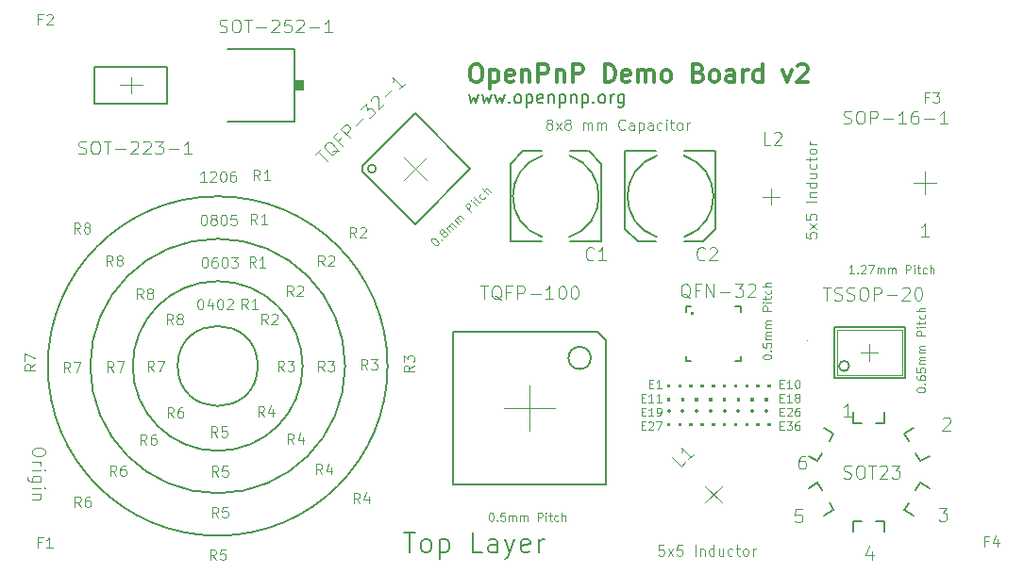
<source format=gbr>
%TF.GenerationSoftware,KiCad,Pcbnew,6.0.11-2627ca5db0~126~ubuntu20.04.1*%
%TF.CreationDate,2023-07-21T22:08:41+02:00*%
%TF.ProjectId,Demo Board v2,44656d6f-2042-46f6-9172-642076322e6b,rev?*%
%TF.SameCoordinates,Original*%
%TF.FileFunction,Legend,Top*%
%TF.FilePolarity,Positive*%
%FSLAX46Y46*%
G04 Gerber Fmt 4.6, Leading zero omitted, Abs format (unit mm)*
G04 Created by KiCad (PCBNEW 6.0.11-2627ca5db0~126~ubuntu20.04.1) date 2023-07-21 22:08:41*
%MOMM*%
%LPD*%
G01*
G04 APERTURE LIST*
%ADD10C,0.203200*%
%ADD11C,0.100000*%
%ADD12C,0.101600*%
%ADD13C,0.081280*%
%ADD14C,0.065024*%
%ADD15C,0.152400*%
%ADD16C,0.308864*%
%ADD17C,0.154432*%
%ADD18C,0.010000*%
%ADD19C,0.127000*%
%ADD20C,0.050800*%
G04 APERTURE END LIST*
D10*
X137071100Y-112623600D02*
G75*
G03*
X137071100Y-112623600I-15240000J0D01*
G01*
D11*
X184301100Y-96153600D02*
X186301100Y-96153600D01*
D10*
X129451100Y-112623600D02*
G75*
G03*
X129451100Y-112623600I-7620000J0D01*
G01*
D11*
X147551100Y-116403600D02*
X152051100Y-116403600D01*
D10*
X133261100Y-112623600D02*
G75*
G03*
X133261100Y-112623600I-11430000J0D01*
G01*
D11*
X179551100Y-111403600D02*
X181051100Y-111403600D01*
X114051100Y-86653600D02*
X114051100Y-88153600D01*
X180301100Y-110653600D02*
X180301100Y-112153600D01*
X165551100Y-123403600D02*
X167051100Y-124903600D01*
X149801100Y-114403600D02*
X149801100Y-118403600D01*
X140551100Y-95903600D02*
X138551100Y-93903600D01*
X113051100Y-87403600D02*
X115051100Y-87403600D01*
D10*
X125423200Y-112623600D02*
G75*
G03*
X125423200Y-112623600I-3592100J0D01*
G01*
D11*
X138551100Y-95903600D02*
X140551100Y-93903600D01*
X171501100Y-96653600D02*
X171501100Y-98153600D01*
X165551100Y-124903600D02*
X167051100Y-123403600D01*
X170751100Y-97403600D02*
X172251100Y-97403600D01*
X185301100Y-95153600D02*
X185301100Y-97153600D01*
D12*
X177999692Y-122672323D02*
X178166606Y-122727961D01*
X178444797Y-122727961D01*
X178556073Y-122672323D01*
X178611711Y-122616685D01*
X178667349Y-122505409D01*
X178667349Y-122394133D01*
X178611711Y-122282857D01*
X178556073Y-122227219D01*
X178444797Y-122171580D01*
X178222244Y-122115942D01*
X178110968Y-122060304D01*
X178055330Y-122004666D01*
X177999692Y-121893390D01*
X177999692Y-121782114D01*
X178055330Y-121670838D01*
X178110968Y-121615200D01*
X178222244Y-121559561D01*
X178500435Y-121559561D01*
X178667349Y-121615200D01*
X179390644Y-121559561D02*
X179613197Y-121559561D01*
X179724473Y-121615200D01*
X179835749Y-121726476D01*
X179891387Y-121949028D01*
X179891387Y-122338495D01*
X179835749Y-122561047D01*
X179724473Y-122672323D01*
X179613197Y-122727961D01*
X179390644Y-122727961D01*
X179279368Y-122672323D01*
X179168092Y-122561047D01*
X179112454Y-122338495D01*
X179112454Y-121949028D01*
X179168092Y-121726476D01*
X179279368Y-121615200D01*
X179390644Y-121559561D01*
X180225216Y-121559561D02*
X180892873Y-121559561D01*
X180559044Y-122727961D02*
X180559044Y-121559561D01*
X181226701Y-121670838D02*
X181282340Y-121615200D01*
X181393616Y-121559561D01*
X181671806Y-121559561D01*
X181783082Y-121615200D01*
X181838720Y-121670838D01*
X181894359Y-121782114D01*
X181894359Y-121893390D01*
X181838720Y-122060304D01*
X181171063Y-122727961D01*
X181894359Y-122727961D01*
X182283825Y-121559561D02*
X183007120Y-121559561D01*
X182617654Y-122004666D01*
X182784568Y-122004666D01*
X182895844Y-122060304D01*
X182951482Y-122115942D01*
X183007120Y-122227219D01*
X183007120Y-122505409D01*
X182951482Y-122616685D01*
X182895844Y-122672323D01*
X182784568Y-122727961D01*
X182450740Y-122727961D01*
X182339463Y-122672323D01*
X182283825Y-122616685D01*
D13*
X116100110Y-113087089D02*
X115788536Y-112641984D01*
X115565984Y-113087089D02*
X115565984Y-112152369D01*
X115922068Y-112152369D01*
X116011089Y-112196880D01*
X116055599Y-112241390D01*
X116100110Y-112330411D01*
X116100110Y-112463942D01*
X116055599Y-112552963D01*
X116011089Y-112597474D01*
X115922068Y-112641984D01*
X115565984Y-112641984D01*
X116411683Y-112152369D02*
X117034830Y-112152369D01*
X116634235Y-113087089D01*
X120233454Y-106598473D02*
X120322475Y-106598473D01*
X120411496Y-106642984D01*
X120456006Y-106687494D01*
X120500517Y-106776515D01*
X120545027Y-106954557D01*
X120545027Y-107177109D01*
X120500517Y-107355151D01*
X120456006Y-107444172D01*
X120411496Y-107488683D01*
X120322475Y-107533193D01*
X120233454Y-107533193D01*
X120144433Y-107488683D01*
X120099922Y-107444172D01*
X120055412Y-107355151D01*
X120010901Y-107177109D01*
X120010901Y-106954557D01*
X120055412Y-106776515D01*
X120099922Y-106687494D01*
X120144433Y-106642984D01*
X120233454Y-106598473D01*
X121346216Y-106910046D02*
X121346216Y-107533193D01*
X121123663Y-106553963D02*
X120901111Y-107221620D01*
X121479747Y-107221620D01*
X122013873Y-106598473D02*
X122102894Y-106598473D01*
X122191915Y-106642984D01*
X122236425Y-106687494D01*
X122280936Y-106776515D01*
X122325446Y-106954557D01*
X122325446Y-107177109D01*
X122280936Y-107355151D01*
X122236425Y-107444172D01*
X122191915Y-107488683D01*
X122102894Y-107533193D01*
X122013873Y-107533193D01*
X121924852Y-107488683D01*
X121880341Y-107444172D01*
X121835831Y-107355151D01*
X121791320Y-107177109D01*
X121791320Y-106954557D01*
X121835831Y-106776515D01*
X121880341Y-106687494D01*
X121924852Y-106642984D01*
X122013873Y-106598473D01*
X122681530Y-106687494D02*
X122726040Y-106642984D01*
X122815061Y-106598473D01*
X123037614Y-106598473D01*
X123126635Y-106642984D01*
X123171145Y-106687494D01*
X123215656Y-106776515D01*
X123215656Y-106865536D01*
X123171145Y-106999067D01*
X122637020Y-107533193D01*
X123215656Y-107533193D01*
X105467089Y-112449089D02*
X105021984Y-112760663D01*
X105467089Y-112983215D02*
X104532369Y-112983215D01*
X104532369Y-112627131D01*
X104576880Y-112538110D01*
X104621390Y-112493600D01*
X104710411Y-112449089D01*
X104843942Y-112449089D01*
X104932963Y-112493600D01*
X104977474Y-112538110D01*
X105021984Y-112627131D01*
X105021984Y-112983215D01*
X104532369Y-112137516D02*
X104532369Y-111514369D01*
X105467089Y-111914964D01*
X109559610Y-125279089D02*
X109248036Y-124833984D01*
X109025484Y-125279089D02*
X109025484Y-124344369D01*
X109381568Y-124344369D01*
X109470589Y-124388880D01*
X109515099Y-124433390D01*
X109559610Y-124522411D01*
X109559610Y-124655942D01*
X109515099Y-124744963D01*
X109470589Y-124789474D01*
X109381568Y-124833984D01*
X109025484Y-124833984D01*
X110360798Y-124344369D02*
X110182756Y-124344369D01*
X110093735Y-124388880D01*
X110049225Y-124433390D01*
X109960204Y-124566921D01*
X109915693Y-124744963D01*
X109915693Y-125101047D01*
X109960204Y-125190068D01*
X110004714Y-125234579D01*
X110093735Y-125279089D01*
X110271777Y-125279089D01*
X110360798Y-125234579D01*
X110405309Y-125190068D01*
X110449819Y-125101047D01*
X110449819Y-124878495D01*
X110405309Y-124789474D01*
X110360798Y-124744963D01*
X110271777Y-124700453D01*
X110093735Y-124700453D01*
X110004714Y-124744963D01*
X109960204Y-124789474D01*
X109915693Y-124878495D01*
X126323610Y-108896089D02*
X126012036Y-108450984D01*
X125789484Y-108896089D02*
X125789484Y-107961369D01*
X126145568Y-107961369D01*
X126234589Y-108005880D01*
X126279099Y-108050390D01*
X126323610Y-108139411D01*
X126323610Y-108272942D01*
X126279099Y-108361963D01*
X126234589Y-108406474D01*
X126145568Y-108450984D01*
X125789484Y-108450984D01*
X126679693Y-108050390D02*
X126724204Y-108005880D01*
X126813225Y-107961369D01*
X127035777Y-107961369D01*
X127124798Y-108005880D01*
X127169309Y-108050390D01*
X127213819Y-108139411D01*
X127213819Y-108228432D01*
X127169309Y-108361963D01*
X126635183Y-108896089D01*
X127213819Y-108896089D01*
X125244110Y-103752589D02*
X124932536Y-103307484D01*
X124709984Y-103752589D02*
X124709984Y-102817869D01*
X125066068Y-102817869D01*
X125155089Y-102862380D01*
X125199599Y-102906890D01*
X125244110Y-102995911D01*
X125244110Y-103129442D01*
X125199599Y-103218463D01*
X125155089Y-103262974D01*
X125066068Y-103307484D01*
X124709984Y-103307484D01*
X126134319Y-103752589D02*
X125600193Y-103752589D01*
X125867256Y-103752589D02*
X125867256Y-102817869D01*
X125778235Y-102951400D01*
X125689214Y-103040421D01*
X125600193Y-103084932D01*
D14*
X146323841Y-125810215D02*
X146395057Y-125810215D01*
X146466274Y-125845824D01*
X146501882Y-125881432D01*
X146537491Y-125952649D01*
X146573099Y-126095082D01*
X146573099Y-126273124D01*
X146537491Y-126415558D01*
X146501882Y-126486774D01*
X146466274Y-126522383D01*
X146395057Y-126557991D01*
X146323841Y-126557991D01*
X146252624Y-126522383D01*
X146217015Y-126486774D01*
X146181407Y-126415558D01*
X146145799Y-126273124D01*
X146145799Y-126095082D01*
X146181407Y-125952649D01*
X146217015Y-125881432D01*
X146252624Y-125845824D01*
X146323841Y-125810215D01*
X146893575Y-126486774D02*
X146929183Y-126522383D01*
X146893575Y-126557991D01*
X146857966Y-126522383D01*
X146893575Y-126486774D01*
X146893575Y-126557991D01*
X147605742Y-125810215D02*
X147249658Y-125810215D01*
X147214050Y-126166299D01*
X147249658Y-126130691D01*
X147320875Y-126095082D01*
X147498917Y-126095082D01*
X147570134Y-126130691D01*
X147605742Y-126166299D01*
X147641351Y-126237516D01*
X147641351Y-126415558D01*
X147605742Y-126486774D01*
X147570134Y-126522383D01*
X147498917Y-126557991D01*
X147320875Y-126557991D01*
X147249658Y-126522383D01*
X147214050Y-126486774D01*
X147961826Y-126557991D02*
X147961826Y-126059474D01*
X147961826Y-126130691D02*
X147997434Y-126095082D01*
X148068651Y-126059474D01*
X148175476Y-126059474D01*
X148246693Y-126095082D01*
X148282301Y-126166299D01*
X148282301Y-126557991D01*
X148282301Y-126166299D02*
X148317910Y-126095082D01*
X148389127Y-126059474D01*
X148495952Y-126059474D01*
X148567169Y-126095082D01*
X148602777Y-126166299D01*
X148602777Y-126557991D01*
X148958861Y-126557991D02*
X148958861Y-126059474D01*
X148958861Y-126130691D02*
X148994469Y-126095082D01*
X149065686Y-126059474D01*
X149172511Y-126059474D01*
X149243728Y-126095082D01*
X149279336Y-126166299D01*
X149279336Y-126557991D01*
X149279336Y-126166299D02*
X149314945Y-126095082D01*
X149386161Y-126059474D01*
X149492986Y-126059474D01*
X149564203Y-126095082D01*
X149599812Y-126166299D01*
X149599812Y-126557991D01*
X150525629Y-126557991D02*
X150525629Y-125810215D01*
X150810497Y-125810215D01*
X150881713Y-125845824D01*
X150917322Y-125881432D01*
X150952930Y-125952649D01*
X150952930Y-126059474D01*
X150917322Y-126130691D01*
X150881713Y-126166299D01*
X150810497Y-126201907D01*
X150525629Y-126201907D01*
X151273405Y-126557991D02*
X151273405Y-126059474D01*
X151273405Y-125810215D02*
X151237797Y-125845824D01*
X151273405Y-125881432D01*
X151309014Y-125845824D01*
X151273405Y-125810215D01*
X151273405Y-125881432D01*
X151522664Y-126059474D02*
X151807531Y-126059474D01*
X151629489Y-125810215D02*
X151629489Y-126451166D01*
X151665098Y-126522383D01*
X151736314Y-126557991D01*
X151807531Y-126557991D01*
X152377265Y-126522383D02*
X152306049Y-126557991D01*
X152163615Y-126557991D01*
X152092398Y-126522383D01*
X152056790Y-126486774D01*
X152021181Y-126415558D01*
X152021181Y-126201907D01*
X152056790Y-126130691D01*
X152092398Y-126095082D01*
X152163615Y-126059474D01*
X152306049Y-126059474D01*
X152377265Y-126095082D01*
X152697741Y-126557991D02*
X152697741Y-125810215D01*
X153018216Y-126557991D02*
X153018216Y-126166299D01*
X152982608Y-126095082D01*
X152911391Y-126059474D01*
X152804566Y-126059474D01*
X152733349Y-126095082D01*
X152697741Y-126130691D01*
D12*
X130580592Y-93635423D02*
X131052697Y-93163318D01*
X131642828Y-94225554D02*
X130816645Y-93399370D01*
X132783748Y-93242002D02*
X132665722Y-93281344D01*
X132508354Y-93281344D01*
X132272301Y-93281344D01*
X132154275Y-93320686D01*
X132075591Y-93399370D01*
X132311643Y-93556739D02*
X132193617Y-93596081D01*
X132036249Y-93596081D01*
X131839539Y-93478054D01*
X131564144Y-93202660D01*
X131446118Y-93005949D01*
X131446118Y-92848581D01*
X131485460Y-92730555D01*
X131642828Y-92573187D01*
X131760854Y-92533845D01*
X131918223Y-92533845D01*
X132114933Y-92651871D01*
X132390328Y-92927265D01*
X132508354Y-93123976D01*
X132508354Y-93281344D01*
X132469012Y-93399370D01*
X132311643Y-93556739D01*
X132862432Y-92140424D02*
X132587038Y-92415818D01*
X133019801Y-92848581D02*
X132193617Y-92022398D01*
X132587038Y-91628977D01*
X133727958Y-92140424D02*
X132901775Y-91314240D01*
X133216511Y-90999504D01*
X133334537Y-90960162D01*
X133413222Y-90960162D01*
X133531248Y-90999504D01*
X133649274Y-91117530D01*
X133688616Y-91235556D01*
X133688616Y-91314240D01*
X133649274Y-91432267D01*
X133334537Y-91747003D01*
X134239405Y-90999504D02*
X134868878Y-90370030D01*
X134672168Y-89543847D02*
X135183615Y-89032400D01*
X135222957Y-89622531D01*
X135340983Y-89504505D01*
X135459009Y-89465163D01*
X135537694Y-89465163D01*
X135655720Y-89504505D01*
X135852430Y-89701215D01*
X135891772Y-89819241D01*
X135891772Y-89897926D01*
X135852430Y-90015952D01*
X135616378Y-90252004D01*
X135498351Y-90291346D01*
X135419667Y-90291346D01*
X135577036Y-88796348D02*
X135577036Y-88717663D01*
X135616378Y-88599637D01*
X135813088Y-88402927D01*
X135931114Y-88363585D01*
X136009798Y-88363585D01*
X136127825Y-88402927D01*
X136206509Y-88481611D01*
X136285193Y-88638979D01*
X136285193Y-89583189D01*
X136796640Y-89071742D01*
X136835982Y-88402927D02*
X137465455Y-87773454D01*
X138606375Y-87262007D02*
X138134270Y-87734112D01*
X138370323Y-87498059D02*
X137544139Y-86671876D01*
X137583481Y-86868586D01*
X137583481Y-87025954D01*
X137544139Y-87143980D01*
D13*
X174622089Y-100655891D02*
X174622089Y-101100995D01*
X175067194Y-101145506D01*
X175022683Y-101100995D01*
X174978173Y-101011974D01*
X174978173Y-100789422D01*
X175022683Y-100700401D01*
X175067194Y-100655891D01*
X175156215Y-100611380D01*
X175378767Y-100611380D01*
X175467788Y-100655891D01*
X175512299Y-100700401D01*
X175556809Y-100789422D01*
X175556809Y-101011974D01*
X175512299Y-101100995D01*
X175467788Y-101145506D01*
X175556809Y-100299807D02*
X174933662Y-99810192D01*
X174933662Y-100299807D02*
X175556809Y-99810192D01*
X174622089Y-99009003D02*
X174622089Y-99454108D01*
X175067194Y-99498618D01*
X175022683Y-99454108D01*
X174978173Y-99365087D01*
X174978173Y-99142534D01*
X175022683Y-99053513D01*
X175067194Y-99009003D01*
X175156215Y-98964492D01*
X175378767Y-98964492D01*
X175467788Y-99009003D01*
X175512299Y-99053513D01*
X175556809Y-99142534D01*
X175556809Y-99365087D01*
X175512299Y-99454108D01*
X175467788Y-99498618D01*
X175556809Y-97851731D02*
X174622089Y-97851731D01*
X174933662Y-97406626D02*
X175556809Y-97406626D01*
X175022683Y-97406626D02*
X174978173Y-97362115D01*
X174933662Y-97273094D01*
X174933662Y-97139563D01*
X174978173Y-97050542D01*
X175067194Y-97006032D01*
X175556809Y-97006032D01*
X175556809Y-96160332D02*
X174622089Y-96160332D01*
X175512299Y-96160332D02*
X175556809Y-96249353D01*
X175556809Y-96427395D01*
X175512299Y-96516416D01*
X175467788Y-96560927D01*
X175378767Y-96605437D01*
X175111704Y-96605437D01*
X175022683Y-96560927D01*
X174978173Y-96516416D01*
X174933662Y-96427395D01*
X174933662Y-96249353D01*
X174978173Y-96160332D01*
X174933662Y-95314633D02*
X175556809Y-95314633D01*
X174933662Y-95715228D02*
X175423278Y-95715228D01*
X175512299Y-95670717D01*
X175556809Y-95581696D01*
X175556809Y-95448165D01*
X175512299Y-95359144D01*
X175467788Y-95314633D01*
X175512299Y-94468934D02*
X175556809Y-94557955D01*
X175556809Y-94735997D01*
X175512299Y-94825018D01*
X175467788Y-94869529D01*
X175378767Y-94914039D01*
X175111704Y-94914039D01*
X175022683Y-94869529D01*
X174978173Y-94825018D01*
X174933662Y-94735997D01*
X174933662Y-94557955D01*
X174978173Y-94468934D01*
X174933662Y-94201872D02*
X174933662Y-93845788D01*
X174622089Y-94068340D02*
X175423278Y-94068340D01*
X175512299Y-94023830D01*
X175556809Y-93934809D01*
X175556809Y-93845788D01*
X175556809Y-93400683D02*
X175512299Y-93489704D01*
X175467788Y-93534214D01*
X175378767Y-93578725D01*
X175111704Y-93578725D01*
X175022683Y-93534214D01*
X174978173Y-93489704D01*
X174933662Y-93400683D01*
X174933662Y-93267152D01*
X174978173Y-93178131D01*
X175022683Y-93133620D01*
X175111704Y-93089110D01*
X175378767Y-93089110D01*
X175467788Y-93133620D01*
X175512299Y-93178131D01*
X175556809Y-93267152D01*
X175556809Y-93400683D01*
X175556809Y-92688515D02*
X174933662Y-92688515D01*
X175111704Y-92688515D02*
X175022683Y-92644005D01*
X174978173Y-92599494D01*
X174933662Y-92510473D01*
X174933662Y-92421452D01*
D12*
X145439916Y-105430561D02*
X146107573Y-105430561D01*
X145773744Y-106598961D02*
X145773744Y-105430561D01*
X147275973Y-106710238D02*
X147164697Y-106654600D01*
X147053420Y-106543323D01*
X146886506Y-106376409D01*
X146775230Y-106320771D01*
X146663954Y-106320771D01*
X146719592Y-106598961D02*
X146608316Y-106543323D01*
X146497040Y-106432047D01*
X146441401Y-106209495D01*
X146441401Y-105820028D01*
X146497040Y-105597476D01*
X146608316Y-105486200D01*
X146719592Y-105430561D01*
X146942144Y-105430561D01*
X147053420Y-105486200D01*
X147164697Y-105597476D01*
X147220335Y-105820028D01*
X147220335Y-106209495D01*
X147164697Y-106432047D01*
X147053420Y-106543323D01*
X146942144Y-106598961D01*
X146719592Y-106598961D01*
X148110544Y-105986942D02*
X147721078Y-105986942D01*
X147721078Y-106598961D02*
X147721078Y-105430561D01*
X148277459Y-105430561D01*
X148722563Y-106598961D02*
X148722563Y-105430561D01*
X149167668Y-105430561D01*
X149278944Y-105486200D01*
X149334582Y-105541838D01*
X149390220Y-105653114D01*
X149390220Y-105820028D01*
X149334582Y-105931304D01*
X149278944Y-105986942D01*
X149167668Y-106042580D01*
X148722563Y-106042580D01*
X149890963Y-106153857D02*
X150781173Y-106153857D01*
X151949573Y-106598961D02*
X151281916Y-106598961D01*
X151615744Y-106598961D02*
X151615744Y-105430561D01*
X151504468Y-105597476D01*
X151393192Y-105708752D01*
X151281916Y-105764390D01*
X152672868Y-105430561D02*
X152784144Y-105430561D01*
X152895420Y-105486200D01*
X152951059Y-105541838D01*
X153006697Y-105653114D01*
X153062335Y-105875666D01*
X153062335Y-106153857D01*
X153006697Y-106376409D01*
X152951059Y-106487685D01*
X152895420Y-106543323D01*
X152784144Y-106598961D01*
X152672868Y-106598961D01*
X152561592Y-106543323D01*
X152505954Y-106487685D01*
X152450316Y-106376409D01*
X152394678Y-106153857D01*
X152394678Y-105875666D01*
X152450316Y-105653114D01*
X152505954Y-105541838D01*
X152561592Y-105486200D01*
X152672868Y-105430561D01*
X153785630Y-105430561D02*
X153896906Y-105430561D01*
X154008182Y-105486200D01*
X154063820Y-105541838D01*
X154119459Y-105653114D01*
X154175097Y-105875666D01*
X154175097Y-106153857D01*
X154119459Y-106376409D01*
X154063820Y-106487685D01*
X154008182Y-106543323D01*
X153896906Y-106598961D01*
X153785630Y-106598961D01*
X153674354Y-106543323D01*
X153618716Y-106487685D01*
X153563078Y-106376409D01*
X153507440Y-106153857D01*
X153507440Y-105875666D01*
X153563078Y-105653114D01*
X153618716Y-105541838D01*
X153674354Y-105486200D01*
X153785630Y-105430561D01*
D13*
X134261110Y-101085589D02*
X133949536Y-100640484D01*
X133726984Y-101085589D02*
X133726984Y-100150869D01*
X134083068Y-100150869D01*
X134172089Y-100195380D01*
X134216599Y-100239890D01*
X134261110Y-100328911D01*
X134261110Y-100462442D01*
X134216599Y-100551463D01*
X134172089Y-100595974D01*
X134083068Y-100640484D01*
X133726984Y-100640484D01*
X134617193Y-100239890D02*
X134661704Y-100195380D01*
X134750725Y-100150869D01*
X134973277Y-100150869D01*
X135062298Y-100195380D01*
X135106809Y-100239890D01*
X135151319Y-100328911D01*
X135151319Y-100417932D01*
X135106809Y-100551463D01*
X134572683Y-101085589D01*
X135151319Y-101085589D01*
X121878610Y-126231589D02*
X121567036Y-125786484D01*
X121344484Y-126231589D02*
X121344484Y-125296869D01*
X121700568Y-125296869D01*
X121789589Y-125341380D01*
X121834099Y-125385890D01*
X121878610Y-125474911D01*
X121878610Y-125608442D01*
X121834099Y-125697463D01*
X121789589Y-125741974D01*
X121700568Y-125786484D01*
X121344484Y-125786484D01*
X122724309Y-125296869D02*
X122279204Y-125296869D01*
X122234693Y-125741974D01*
X122279204Y-125697463D01*
X122368225Y-125652953D01*
X122590777Y-125652953D01*
X122679798Y-125697463D01*
X122724309Y-125741974D01*
X122768819Y-125830995D01*
X122768819Y-126053547D01*
X122724309Y-126142568D01*
X122679798Y-126187079D01*
X122590777Y-126231589D01*
X122368225Y-126231589D01*
X122279204Y-126187079D01*
X122234693Y-126142568D01*
X125625110Y-95942089D02*
X125313536Y-95496984D01*
X125090984Y-95942089D02*
X125090984Y-95007369D01*
X125447068Y-95007369D01*
X125536089Y-95051880D01*
X125580599Y-95096390D01*
X125625110Y-95185411D01*
X125625110Y-95318942D01*
X125580599Y-95407963D01*
X125536089Y-95452474D01*
X125447068Y-95496984D01*
X125090984Y-95496984D01*
X126515319Y-95942089D02*
X125981193Y-95942089D01*
X126248256Y-95942089D02*
X126248256Y-95007369D01*
X126159235Y-95140900D01*
X126070214Y-95229921D01*
X125981193Y-95274432D01*
X115147610Y-106610089D02*
X114836036Y-106164984D01*
X114613484Y-106610089D02*
X114613484Y-105675369D01*
X114969568Y-105675369D01*
X115058589Y-105719880D01*
X115103099Y-105764390D01*
X115147610Y-105853411D01*
X115147610Y-105986942D01*
X115103099Y-106075963D01*
X115058589Y-106120474D01*
X114969568Y-106164984D01*
X114613484Y-106164984D01*
X115681735Y-106075963D02*
X115592714Y-106031453D01*
X115548204Y-105986942D01*
X115503693Y-105897921D01*
X115503693Y-105853411D01*
X115548204Y-105764390D01*
X115592714Y-105719880D01*
X115681735Y-105675369D01*
X115859777Y-105675369D01*
X115948798Y-105719880D01*
X115993309Y-105764390D01*
X116037819Y-105853411D01*
X116037819Y-105897921D01*
X115993309Y-105986942D01*
X115948798Y-106031453D01*
X115859777Y-106075963D01*
X115681735Y-106075963D01*
X115592714Y-106120474D01*
X115548204Y-106164984D01*
X115503693Y-106254005D01*
X115503693Y-106432047D01*
X115548204Y-106521068D01*
X115592714Y-106565579D01*
X115681735Y-106610089D01*
X115859777Y-106610089D01*
X115948798Y-106565579D01*
X115993309Y-106521068D01*
X116037819Y-106432047D01*
X116037819Y-106254005D01*
X115993309Y-106164984D01*
X115948798Y-106120474D01*
X115859777Y-106075963D01*
D12*
X174488073Y-120686061D02*
X174265520Y-120686061D01*
X174154244Y-120741700D01*
X174098606Y-120797338D01*
X173987330Y-120964252D01*
X173931692Y-121186804D01*
X173931692Y-121631909D01*
X173987330Y-121743185D01*
X174042968Y-121798823D01*
X174154244Y-121854461D01*
X174376797Y-121854461D01*
X174488073Y-121798823D01*
X174543711Y-121743185D01*
X174599349Y-121631909D01*
X174599349Y-121353719D01*
X174543711Y-121242442D01*
X174488073Y-121186804D01*
X174376797Y-121131166D01*
X174154244Y-121131166D01*
X174042968Y-121186804D01*
X173987330Y-121242442D01*
X173931692Y-121353719D01*
D13*
X185586957Y-88465874D02*
X185275384Y-88465874D01*
X185275384Y-88955489D02*
X185275384Y-88020769D01*
X185720489Y-88020769D01*
X185987552Y-88020769D02*
X186566188Y-88020769D01*
X186254614Y-88376853D01*
X186388146Y-88376853D01*
X186477167Y-88421363D01*
X186521677Y-88465874D01*
X186566188Y-88554895D01*
X186566188Y-88777447D01*
X186521677Y-88866468D01*
X186477167Y-88910979D01*
X186388146Y-88955489D01*
X186121083Y-88955489D01*
X186032062Y-88910979D01*
X185987552Y-88866468D01*
D15*
X144367817Y-88247314D02*
X144580693Y-88992380D01*
X144793569Y-88460190D01*
X145006445Y-88992380D01*
X145219321Y-88247314D01*
X145538636Y-88247314D02*
X145751512Y-88992380D01*
X145964388Y-88460190D01*
X146177264Y-88992380D01*
X146390140Y-88247314D01*
X146709455Y-88247314D02*
X146922331Y-88992380D01*
X147135207Y-88460190D01*
X147348083Y-88992380D01*
X147560960Y-88247314D01*
X147986712Y-88885942D02*
X148039931Y-88939161D01*
X147986712Y-88992380D01*
X147933493Y-88939161D01*
X147986712Y-88885942D01*
X147986712Y-88992380D01*
X148678560Y-88992380D02*
X148572121Y-88939161D01*
X148518902Y-88885942D01*
X148465683Y-88779504D01*
X148465683Y-88460190D01*
X148518902Y-88353752D01*
X148572121Y-88300533D01*
X148678560Y-88247314D01*
X148838217Y-88247314D01*
X148944655Y-88300533D01*
X148997874Y-88353752D01*
X149051093Y-88460190D01*
X149051093Y-88779504D01*
X148997874Y-88885942D01*
X148944655Y-88939161D01*
X148838217Y-88992380D01*
X148678560Y-88992380D01*
X149530064Y-88247314D02*
X149530064Y-89364914D01*
X149530064Y-88300533D02*
X149636502Y-88247314D01*
X149849379Y-88247314D01*
X149955817Y-88300533D01*
X150009036Y-88353752D01*
X150062255Y-88460190D01*
X150062255Y-88779504D01*
X150009036Y-88885942D01*
X149955817Y-88939161D01*
X149849379Y-88992380D01*
X149636502Y-88992380D01*
X149530064Y-88939161D01*
X150966979Y-88939161D02*
X150860540Y-88992380D01*
X150647664Y-88992380D01*
X150541226Y-88939161D01*
X150488007Y-88832723D01*
X150488007Y-88406971D01*
X150541226Y-88300533D01*
X150647664Y-88247314D01*
X150860540Y-88247314D01*
X150966979Y-88300533D01*
X151020198Y-88406971D01*
X151020198Y-88513409D01*
X150488007Y-88619847D01*
X151499169Y-88247314D02*
X151499169Y-88992380D01*
X151499169Y-88353752D02*
X151552388Y-88300533D01*
X151658826Y-88247314D01*
X151818483Y-88247314D01*
X151924921Y-88300533D01*
X151978140Y-88406971D01*
X151978140Y-88992380D01*
X152510331Y-88247314D02*
X152510331Y-89364914D01*
X152510331Y-88300533D02*
X152616769Y-88247314D01*
X152829645Y-88247314D01*
X152936083Y-88300533D01*
X152989302Y-88353752D01*
X153042521Y-88460190D01*
X153042521Y-88779504D01*
X152989302Y-88885942D01*
X152936083Y-88939161D01*
X152829645Y-88992380D01*
X152616769Y-88992380D01*
X152510331Y-88939161D01*
X153521493Y-88247314D02*
X153521493Y-88992380D01*
X153521493Y-88353752D02*
X153574712Y-88300533D01*
X153681150Y-88247314D01*
X153840807Y-88247314D01*
X153947245Y-88300533D01*
X154000464Y-88406971D01*
X154000464Y-88992380D01*
X154532655Y-88247314D02*
X154532655Y-89364914D01*
X154532655Y-88300533D02*
X154639093Y-88247314D01*
X154851969Y-88247314D01*
X154958407Y-88300533D01*
X155011626Y-88353752D01*
X155064845Y-88460190D01*
X155064845Y-88779504D01*
X155011626Y-88885942D01*
X154958407Y-88939161D01*
X154851969Y-88992380D01*
X154639093Y-88992380D01*
X154532655Y-88939161D01*
X155543817Y-88885942D02*
X155597036Y-88939161D01*
X155543817Y-88992380D01*
X155490598Y-88939161D01*
X155543817Y-88885942D01*
X155543817Y-88992380D01*
X156235664Y-88992380D02*
X156129226Y-88939161D01*
X156076007Y-88885942D01*
X156022788Y-88779504D01*
X156022788Y-88460190D01*
X156076007Y-88353752D01*
X156129226Y-88300533D01*
X156235664Y-88247314D01*
X156395321Y-88247314D01*
X156501760Y-88300533D01*
X156554979Y-88353752D01*
X156608198Y-88460190D01*
X156608198Y-88779504D01*
X156554979Y-88885942D01*
X156501760Y-88939161D01*
X156395321Y-88992380D01*
X156235664Y-88992380D01*
X157087169Y-88992380D02*
X157087169Y-88247314D01*
X157087169Y-88460190D02*
X157140388Y-88353752D01*
X157193607Y-88300533D01*
X157300045Y-88247314D01*
X157406483Y-88247314D01*
X158257988Y-88247314D02*
X158257988Y-89152038D01*
X158204769Y-89258476D01*
X158151550Y-89311695D01*
X158045112Y-89364914D01*
X157885455Y-89364914D01*
X157779017Y-89311695D01*
X158257988Y-88939161D02*
X158151550Y-88992380D01*
X157938674Y-88992380D01*
X157832236Y-88939161D01*
X157779017Y-88885942D01*
X157725798Y-88779504D01*
X157725798Y-88460190D01*
X157779017Y-88353752D01*
X157832236Y-88300533D01*
X157938674Y-88247314D01*
X158151550Y-88247314D01*
X158257988Y-88300533D01*
D14*
X172271407Y-114226299D02*
X172520666Y-114226299D01*
X172627491Y-114617991D02*
X172271407Y-114617991D01*
X172271407Y-113870215D01*
X172627491Y-113870215D01*
X173339658Y-114617991D02*
X172912358Y-114617991D01*
X173126008Y-114617991D02*
X173126008Y-113870215D01*
X173054791Y-113977040D01*
X172983575Y-114048257D01*
X172912358Y-114083865D01*
X173802567Y-113870215D02*
X173873784Y-113870215D01*
X173945001Y-113905824D01*
X173980609Y-113941432D01*
X174016218Y-114012649D01*
X174051826Y-114155082D01*
X174051826Y-114333124D01*
X174016218Y-114475558D01*
X173980609Y-114546774D01*
X173945001Y-114582383D01*
X173873784Y-114617991D01*
X173802567Y-114617991D01*
X173731351Y-114582383D01*
X173695742Y-114546774D01*
X173660134Y-114475558D01*
X173624525Y-114333124D01*
X173624525Y-114155082D01*
X173660134Y-114012649D01*
X173695742Y-113941432D01*
X173731351Y-113905824D01*
X173802567Y-113870215D01*
D13*
X121878610Y-122548589D02*
X121567036Y-122103484D01*
X121344484Y-122548589D02*
X121344484Y-121613869D01*
X121700568Y-121613869D01*
X121789589Y-121658380D01*
X121834099Y-121702890D01*
X121878610Y-121791911D01*
X121878610Y-121925442D01*
X121834099Y-122014463D01*
X121789589Y-122058974D01*
X121700568Y-122103484D01*
X121344484Y-122103484D01*
X122724309Y-121613869D02*
X122279204Y-121613869D01*
X122234693Y-122058974D01*
X122279204Y-122014463D01*
X122368225Y-121969953D01*
X122590777Y-121969953D01*
X122679798Y-122014463D01*
X122724309Y-122058974D01*
X122768819Y-122147995D01*
X122768819Y-122370547D01*
X122724309Y-122459568D01*
X122679798Y-122504079D01*
X122590777Y-122548589D01*
X122368225Y-122548589D01*
X122279204Y-122504079D01*
X122234693Y-122459568D01*
X121815110Y-118992589D02*
X121503536Y-118547484D01*
X121280984Y-118992589D02*
X121280984Y-118057869D01*
X121637068Y-118057869D01*
X121726089Y-118102380D01*
X121770599Y-118146890D01*
X121815110Y-118235911D01*
X121815110Y-118369442D01*
X121770599Y-118458463D01*
X121726089Y-118502974D01*
X121637068Y-118547484D01*
X121280984Y-118547484D01*
X122660809Y-118057869D02*
X122215704Y-118057869D01*
X122171193Y-118502974D01*
X122215704Y-118458463D01*
X122304725Y-118413953D01*
X122527277Y-118413953D01*
X122616298Y-118458463D01*
X122660809Y-118502974D01*
X122705319Y-118591995D01*
X122705319Y-118814547D01*
X122660809Y-118903568D01*
X122616298Y-118948079D01*
X122527277Y-118992589D01*
X122304725Y-118992589D01*
X122215704Y-118948079D01*
X122171193Y-118903568D01*
X112417110Y-103625589D02*
X112105536Y-103180484D01*
X111882984Y-103625589D02*
X111882984Y-102690869D01*
X112239068Y-102690869D01*
X112328089Y-102735380D01*
X112372599Y-102779890D01*
X112417110Y-102868911D01*
X112417110Y-103002442D01*
X112372599Y-103091463D01*
X112328089Y-103135974D01*
X112239068Y-103180484D01*
X111882984Y-103180484D01*
X112951235Y-103091463D02*
X112862214Y-103046953D01*
X112817704Y-103002442D01*
X112773193Y-102913421D01*
X112773193Y-102868911D01*
X112817704Y-102779890D01*
X112862214Y-102735380D01*
X112951235Y-102690869D01*
X113129277Y-102690869D01*
X113218298Y-102735380D01*
X113262809Y-102779890D01*
X113307319Y-102868911D01*
X113307319Y-102913421D01*
X113262809Y-103002442D01*
X113218298Y-103046953D01*
X113129277Y-103091463D01*
X112951235Y-103091463D01*
X112862214Y-103135974D01*
X112817704Y-103180484D01*
X112773193Y-103269505D01*
X112773193Y-103447547D01*
X112817704Y-103536568D01*
X112862214Y-103581079D01*
X112951235Y-103625589D01*
X113129277Y-103625589D01*
X113218298Y-103581079D01*
X113262809Y-103536568D01*
X113307319Y-103447547D01*
X113307319Y-103269505D01*
X113262809Y-103180484D01*
X113218298Y-103135974D01*
X113129277Y-103091463D01*
X131403610Y-103625589D02*
X131092036Y-103180484D01*
X130869484Y-103625589D02*
X130869484Y-102690869D01*
X131225568Y-102690869D01*
X131314589Y-102735380D01*
X131359099Y-102779890D01*
X131403610Y-102868911D01*
X131403610Y-103002442D01*
X131359099Y-103091463D01*
X131314589Y-103135974D01*
X131225568Y-103180484D01*
X130869484Y-103180484D01*
X131759693Y-102779890D02*
X131804204Y-102735380D01*
X131893225Y-102690869D01*
X132115777Y-102690869D01*
X132204798Y-102735380D01*
X132249309Y-102779890D01*
X132293819Y-102868911D01*
X132293819Y-102957932D01*
X132249309Y-103091463D01*
X131715183Y-103625589D01*
X132293819Y-103625589D01*
X161858089Y-128725869D02*
X161412984Y-128725869D01*
X161368473Y-129170974D01*
X161412984Y-129126463D01*
X161502005Y-129081953D01*
X161724557Y-129081953D01*
X161813578Y-129126463D01*
X161858089Y-129170974D01*
X161902599Y-129259995D01*
X161902599Y-129482547D01*
X161858089Y-129571568D01*
X161813578Y-129616079D01*
X161724557Y-129660589D01*
X161502005Y-129660589D01*
X161412984Y-129616079D01*
X161368473Y-129571568D01*
X162214172Y-129660589D02*
X162703788Y-129037442D01*
X162214172Y-129037442D02*
X162703788Y-129660589D01*
X163504976Y-128725869D02*
X163059872Y-128725869D01*
X163015361Y-129170974D01*
X163059872Y-129126463D01*
X163148892Y-129081953D01*
X163371445Y-129081953D01*
X163460466Y-129126463D01*
X163504976Y-129170974D01*
X163549487Y-129259995D01*
X163549487Y-129482547D01*
X163504976Y-129571568D01*
X163460466Y-129616079D01*
X163371445Y-129660589D01*
X163148892Y-129660589D01*
X163059872Y-129616079D01*
X163015361Y-129571568D01*
X164662249Y-129660589D02*
X164662249Y-128725869D01*
X165107353Y-129037442D02*
X165107353Y-129660589D01*
X165107353Y-129126463D02*
X165151864Y-129081953D01*
X165240885Y-129037442D01*
X165374416Y-129037442D01*
X165463437Y-129081953D01*
X165507948Y-129170974D01*
X165507948Y-129660589D01*
X166353647Y-129660589D02*
X166353647Y-128725869D01*
X166353647Y-129616079D02*
X166264626Y-129660589D01*
X166086584Y-129660589D01*
X165997563Y-129616079D01*
X165953052Y-129571568D01*
X165908542Y-129482547D01*
X165908542Y-129215484D01*
X165953052Y-129126463D01*
X165997563Y-129081953D01*
X166086584Y-129037442D01*
X166264626Y-129037442D01*
X166353647Y-129081953D01*
X167199346Y-129037442D02*
X167199346Y-129660589D01*
X166798752Y-129037442D02*
X166798752Y-129527058D01*
X166843262Y-129616079D01*
X166932283Y-129660589D01*
X167065814Y-129660589D01*
X167154835Y-129616079D01*
X167199346Y-129571568D01*
X168045045Y-129616079D02*
X167956024Y-129660589D01*
X167777982Y-129660589D01*
X167688961Y-129616079D01*
X167644451Y-129571568D01*
X167599940Y-129482547D01*
X167599940Y-129215484D01*
X167644451Y-129126463D01*
X167688961Y-129081953D01*
X167777982Y-129037442D01*
X167956024Y-129037442D01*
X168045045Y-129081953D01*
X168312108Y-129037442D02*
X168668192Y-129037442D01*
X168445639Y-128725869D02*
X168445639Y-129527058D01*
X168490150Y-129616079D01*
X168579171Y-129660589D01*
X168668192Y-129660589D01*
X169113296Y-129660589D02*
X169024275Y-129616079D01*
X168979765Y-129571568D01*
X168935254Y-129482547D01*
X168935254Y-129215484D01*
X168979765Y-129126463D01*
X169024275Y-129081953D01*
X169113296Y-129037442D01*
X169246828Y-129037442D01*
X169335849Y-129081953D01*
X169380359Y-129126463D01*
X169424870Y-129215484D01*
X169424870Y-129482547D01*
X169380359Y-129571568D01*
X169335849Y-129616079D01*
X169246828Y-129660589D01*
X169113296Y-129660589D01*
X169825464Y-129660589D02*
X169825464Y-129037442D01*
X169825464Y-129215484D02*
X169869974Y-129126463D01*
X169914485Y-129081953D01*
X170003506Y-129037442D01*
X170092527Y-129037442D01*
X112734610Y-122485089D02*
X112423036Y-122039984D01*
X112200484Y-122485089D02*
X112200484Y-121550369D01*
X112556568Y-121550369D01*
X112645589Y-121594880D01*
X112690099Y-121639390D01*
X112734610Y-121728411D01*
X112734610Y-121861942D01*
X112690099Y-121950963D01*
X112645589Y-121995474D01*
X112556568Y-122039984D01*
X112200484Y-122039984D01*
X113535798Y-121550369D02*
X113357756Y-121550369D01*
X113268735Y-121594880D01*
X113224225Y-121639390D01*
X113135204Y-121772921D01*
X113090693Y-121950963D01*
X113090693Y-122307047D01*
X113135204Y-122396068D01*
X113179714Y-122440579D01*
X113268735Y-122485089D01*
X113446777Y-122485089D01*
X113535798Y-122440579D01*
X113580309Y-122396068D01*
X113624819Y-122307047D01*
X113624819Y-122084495D01*
X113580309Y-121995474D01*
X113535798Y-121950963D01*
X113446777Y-121906453D01*
X113268735Y-121906453D01*
X113179714Y-121950963D01*
X113135204Y-121995474D01*
X113090693Y-122084495D01*
D14*
X159835981Y-117974075D02*
X160085240Y-117974075D01*
X160192065Y-118365767D02*
X159835981Y-118365767D01*
X159835981Y-117617991D01*
X160192065Y-117617991D01*
X160476932Y-117689208D02*
X160512541Y-117653600D01*
X160583757Y-117617991D01*
X160761799Y-117617991D01*
X160833016Y-117653600D01*
X160868624Y-117689208D01*
X160904233Y-117760425D01*
X160904233Y-117831641D01*
X160868624Y-117938467D01*
X160441324Y-118365767D01*
X160904233Y-118365767D01*
X161153491Y-117617991D02*
X161652009Y-117617991D01*
X161331533Y-118365767D01*
D12*
X176173916Y-105557561D02*
X176841573Y-105557561D01*
X176507744Y-106725961D02*
X176507744Y-105557561D01*
X177175401Y-106670323D02*
X177342316Y-106725961D01*
X177620506Y-106725961D01*
X177731782Y-106670323D01*
X177787420Y-106614685D01*
X177843059Y-106503409D01*
X177843059Y-106392133D01*
X177787420Y-106280857D01*
X177731782Y-106225219D01*
X177620506Y-106169580D01*
X177397954Y-106113942D01*
X177286678Y-106058304D01*
X177231040Y-106002666D01*
X177175401Y-105891390D01*
X177175401Y-105780114D01*
X177231040Y-105668838D01*
X177286678Y-105613200D01*
X177397954Y-105557561D01*
X177676144Y-105557561D01*
X177843059Y-105613200D01*
X178288163Y-106670323D02*
X178455078Y-106725961D01*
X178733268Y-106725961D01*
X178844544Y-106670323D01*
X178900182Y-106614685D01*
X178955820Y-106503409D01*
X178955820Y-106392133D01*
X178900182Y-106280857D01*
X178844544Y-106225219D01*
X178733268Y-106169580D01*
X178510716Y-106113942D01*
X178399440Y-106058304D01*
X178343801Y-106002666D01*
X178288163Y-105891390D01*
X178288163Y-105780114D01*
X178343801Y-105668838D01*
X178399440Y-105613200D01*
X178510716Y-105557561D01*
X178788906Y-105557561D01*
X178955820Y-105613200D01*
X179679116Y-105557561D02*
X179901668Y-105557561D01*
X180012944Y-105613200D01*
X180124220Y-105724476D01*
X180179859Y-105947028D01*
X180179859Y-106336495D01*
X180124220Y-106559047D01*
X180012944Y-106670323D01*
X179901668Y-106725961D01*
X179679116Y-106725961D01*
X179567840Y-106670323D01*
X179456563Y-106559047D01*
X179400925Y-106336495D01*
X179400925Y-105947028D01*
X179456563Y-105724476D01*
X179567840Y-105613200D01*
X179679116Y-105557561D01*
X180680601Y-106725961D02*
X180680601Y-105557561D01*
X181125706Y-105557561D01*
X181236982Y-105613200D01*
X181292620Y-105668838D01*
X181348259Y-105780114D01*
X181348259Y-105947028D01*
X181292620Y-106058304D01*
X181236982Y-106113942D01*
X181125706Y-106169580D01*
X180680601Y-106169580D01*
X181849001Y-106280857D02*
X182739211Y-106280857D01*
X183239954Y-105668838D02*
X183295592Y-105613200D01*
X183406868Y-105557561D01*
X183685059Y-105557561D01*
X183796335Y-105613200D01*
X183851973Y-105668838D01*
X183907611Y-105780114D01*
X183907611Y-105891390D01*
X183851973Y-106058304D01*
X183184316Y-106725961D01*
X183907611Y-106725961D01*
X184630906Y-105557561D02*
X184742182Y-105557561D01*
X184853459Y-105613200D01*
X184909097Y-105668838D01*
X184964735Y-105780114D01*
X185020373Y-106002666D01*
X185020373Y-106280857D01*
X184964735Y-106503409D01*
X184909097Y-106614685D01*
X184853459Y-106670323D01*
X184742182Y-106725961D01*
X184630906Y-106725961D01*
X184519630Y-106670323D01*
X184463992Y-106614685D01*
X184408354Y-106503409D01*
X184352716Y-106280857D01*
X184352716Y-106002666D01*
X184408354Y-105780114D01*
X184463992Y-105668838D01*
X184519630Y-105613200D01*
X184630906Y-105557561D01*
D16*
X144886805Y-85514848D02*
X145195669Y-85514848D01*
X145350101Y-85592064D01*
X145504533Y-85746496D01*
X145581749Y-86055360D01*
X145581749Y-86595872D01*
X145504533Y-86904736D01*
X145350101Y-87059168D01*
X145195669Y-87136384D01*
X144886805Y-87136384D01*
X144732373Y-87059168D01*
X144577941Y-86904736D01*
X144500725Y-86595872D01*
X144500725Y-86055360D01*
X144577941Y-85746496D01*
X144732373Y-85592064D01*
X144886805Y-85514848D01*
X146276693Y-86055360D02*
X146276693Y-87676896D01*
X146276693Y-86132576D02*
X146431125Y-86055360D01*
X146739989Y-86055360D01*
X146894421Y-86132576D01*
X146971637Y-86209792D01*
X147048853Y-86364224D01*
X147048853Y-86827520D01*
X146971637Y-86981952D01*
X146894421Y-87059168D01*
X146739989Y-87136384D01*
X146431125Y-87136384D01*
X146276693Y-87059168D01*
X148361525Y-87059168D02*
X148207093Y-87136384D01*
X147898229Y-87136384D01*
X147743797Y-87059168D01*
X147666581Y-86904736D01*
X147666581Y-86287008D01*
X147743797Y-86132576D01*
X147898229Y-86055360D01*
X148207093Y-86055360D01*
X148361525Y-86132576D01*
X148438741Y-86287008D01*
X148438741Y-86441440D01*
X147666581Y-86595872D01*
X149133685Y-86055360D02*
X149133685Y-87136384D01*
X149133685Y-86209792D02*
X149210901Y-86132576D01*
X149365333Y-86055360D01*
X149596981Y-86055360D01*
X149751413Y-86132576D01*
X149828629Y-86287008D01*
X149828629Y-87136384D01*
X150600789Y-87136384D02*
X150600789Y-85514848D01*
X151218517Y-85514848D01*
X151372949Y-85592064D01*
X151450165Y-85669280D01*
X151527381Y-85823712D01*
X151527381Y-86055360D01*
X151450165Y-86209792D01*
X151372949Y-86287008D01*
X151218517Y-86364224D01*
X150600789Y-86364224D01*
X152222325Y-86055360D02*
X152222325Y-87136384D01*
X152222325Y-86209792D02*
X152299541Y-86132576D01*
X152453973Y-86055360D01*
X152685621Y-86055360D01*
X152840053Y-86132576D01*
X152917269Y-86287008D01*
X152917269Y-87136384D01*
X153689429Y-87136384D02*
X153689429Y-85514848D01*
X154307157Y-85514848D01*
X154461589Y-85592064D01*
X154538805Y-85669280D01*
X154616021Y-85823712D01*
X154616021Y-86055360D01*
X154538805Y-86209792D01*
X154461589Y-86287008D01*
X154307157Y-86364224D01*
X153689429Y-86364224D01*
X156546421Y-87136384D02*
X156546421Y-85514848D01*
X156932501Y-85514848D01*
X157164149Y-85592064D01*
X157318581Y-85746496D01*
X157395797Y-85900928D01*
X157473013Y-86209792D01*
X157473013Y-86441440D01*
X157395797Y-86750304D01*
X157318581Y-86904736D01*
X157164149Y-87059168D01*
X156932501Y-87136384D01*
X156546421Y-87136384D01*
X158785685Y-87059168D02*
X158631253Y-87136384D01*
X158322389Y-87136384D01*
X158167957Y-87059168D01*
X158090741Y-86904736D01*
X158090741Y-86287008D01*
X158167957Y-86132576D01*
X158322389Y-86055360D01*
X158631253Y-86055360D01*
X158785685Y-86132576D01*
X158862901Y-86287008D01*
X158862901Y-86441440D01*
X158090741Y-86595872D01*
X159557845Y-87136384D02*
X159557845Y-86055360D01*
X159557845Y-86209792D02*
X159635061Y-86132576D01*
X159789493Y-86055360D01*
X160021141Y-86055360D01*
X160175573Y-86132576D01*
X160252789Y-86287008D01*
X160252789Y-87136384D01*
X160252789Y-86287008D02*
X160330005Y-86132576D01*
X160484437Y-86055360D01*
X160716085Y-86055360D01*
X160870517Y-86132576D01*
X160947733Y-86287008D01*
X160947733Y-87136384D01*
X161951541Y-87136384D02*
X161797109Y-87059168D01*
X161719893Y-86981952D01*
X161642677Y-86827520D01*
X161642677Y-86364224D01*
X161719893Y-86209792D01*
X161797109Y-86132576D01*
X161951541Y-86055360D01*
X162183189Y-86055360D01*
X162337621Y-86132576D01*
X162414837Y-86209792D01*
X162492053Y-86364224D01*
X162492053Y-86827520D01*
X162414837Y-86981952D01*
X162337621Y-87059168D01*
X162183189Y-87136384D01*
X161951541Y-87136384D01*
X164962965Y-86287008D02*
X165194613Y-86364224D01*
X165271829Y-86441440D01*
X165349045Y-86595872D01*
X165349045Y-86827520D01*
X165271829Y-86981952D01*
X165194613Y-87059168D01*
X165040181Y-87136384D01*
X164422453Y-87136384D01*
X164422453Y-85514848D01*
X164962965Y-85514848D01*
X165117397Y-85592064D01*
X165194613Y-85669280D01*
X165271829Y-85823712D01*
X165271829Y-85978144D01*
X165194613Y-86132576D01*
X165117397Y-86209792D01*
X164962965Y-86287008D01*
X164422453Y-86287008D01*
X166275637Y-87136384D02*
X166121205Y-87059168D01*
X166043989Y-86981952D01*
X165966773Y-86827520D01*
X165966773Y-86364224D01*
X166043989Y-86209792D01*
X166121205Y-86132576D01*
X166275637Y-86055360D01*
X166507285Y-86055360D01*
X166661717Y-86132576D01*
X166738933Y-86209792D01*
X166816149Y-86364224D01*
X166816149Y-86827520D01*
X166738933Y-86981952D01*
X166661717Y-87059168D01*
X166507285Y-87136384D01*
X166275637Y-87136384D01*
X168206037Y-87136384D02*
X168206037Y-86287008D01*
X168128821Y-86132576D01*
X167974389Y-86055360D01*
X167665525Y-86055360D01*
X167511093Y-86132576D01*
X168206037Y-87059168D02*
X168051605Y-87136384D01*
X167665525Y-87136384D01*
X167511093Y-87059168D01*
X167433877Y-86904736D01*
X167433877Y-86750304D01*
X167511093Y-86595872D01*
X167665525Y-86518656D01*
X168051605Y-86518656D01*
X168206037Y-86441440D01*
X168978197Y-87136384D02*
X168978197Y-86055360D01*
X168978197Y-86364224D02*
X169055413Y-86209792D01*
X169132629Y-86132576D01*
X169287061Y-86055360D01*
X169441493Y-86055360D01*
X170676949Y-87136384D02*
X170676949Y-85514848D01*
X170676949Y-87059168D02*
X170522517Y-87136384D01*
X170213653Y-87136384D01*
X170059221Y-87059168D01*
X169982005Y-86981952D01*
X169904789Y-86827520D01*
X169904789Y-86364224D01*
X169982005Y-86209792D01*
X170059221Y-86132576D01*
X170213653Y-86055360D01*
X170522517Y-86055360D01*
X170676949Y-86132576D01*
X172530133Y-86055360D02*
X172916213Y-87136384D01*
X173302293Y-86055360D01*
X173842805Y-85669280D02*
X173920021Y-85592064D01*
X174074453Y-85514848D01*
X174460533Y-85514848D01*
X174614965Y-85592064D01*
X174692181Y-85669280D01*
X174769397Y-85823712D01*
X174769397Y-85978144D01*
X174692181Y-86209792D01*
X173765589Y-87136384D01*
X174769397Y-87136384D01*
D17*
X138539620Y-127599062D02*
X139554459Y-127599062D01*
X139047040Y-129375030D02*
X139047040Y-127599062D01*
X140400158Y-129375030D02*
X140231018Y-129290460D01*
X140146448Y-129205890D01*
X140061878Y-129036750D01*
X140061878Y-128529331D01*
X140146448Y-128360191D01*
X140231018Y-128275621D01*
X140400158Y-128191051D01*
X140653868Y-128191051D01*
X140823008Y-128275621D01*
X140907577Y-128360191D01*
X140992147Y-128529331D01*
X140992147Y-129036750D01*
X140907577Y-129205890D01*
X140823008Y-129290460D01*
X140653868Y-129375030D01*
X140400158Y-129375030D01*
X141753276Y-128191051D02*
X141753276Y-129967019D01*
X141753276Y-128275621D02*
X141922416Y-128191051D01*
X142260696Y-128191051D01*
X142429836Y-128275621D01*
X142514406Y-128360191D01*
X142598976Y-128529331D01*
X142598976Y-129036750D01*
X142514406Y-129205890D01*
X142429836Y-129290460D01*
X142260696Y-129375030D01*
X141922416Y-129375030D01*
X141753276Y-129290460D01*
X145558922Y-129375030D02*
X144713223Y-129375030D01*
X144713223Y-127599062D01*
X146912041Y-129375030D02*
X146912041Y-128444761D01*
X146827471Y-128275621D01*
X146658331Y-128191051D01*
X146320051Y-128191051D01*
X146150912Y-128275621D01*
X146912041Y-129290460D02*
X146742901Y-129375030D01*
X146320051Y-129375030D01*
X146150912Y-129290460D01*
X146066342Y-129121320D01*
X146066342Y-128952180D01*
X146150912Y-128783040D01*
X146320051Y-128698470D01*
X146742901Y-128698470D01*
X146912041Y-128613900D01*
X147588600Y-128191051D02*
X148011449Y-129375030D01*
X148434299Y-128191051D02*
X148011449Y-129375030D01*
X147842310Y-129797879D01*
X147757740Y-129882449D01*
X147588600Y-129967019D01*
X149787417Y-129290460D02*
X149618278Y-129375030D01*
X149279998Y-129375030D01*
X149110858Y-129290460D01*
X149026288Y-129121320D01*
X149026288Y-128444761D01*
X149110858Y-128275621D01*
X149279998Y-128191051D01*
X149618278Y-128191051D01*
X149787417Y-128275621D01*
X149871987Y-128444761D01*
X149871987Y-128613900D01*
X149026288Y-128783040D01*
X150633116Y-129375030D02*
X150633116Y-128191051D01*
X150633116Y-128529331D02*
X150717686Y-128360191D01*
X150802256Y-128275621D01*
X150971396Y-128191051D01*
X151140536Y-128191051D01*
D14*
X184547715Y-114800858D02*
X184547715Y-114729642D01*
X184583324Y-114658425D01*
X184618932Y-114622817D01*
X184690149Y-114587208D01*
X184832582Y-114551600D01*
X185010624Y-114551600D01*
X185153058Y-114587208D01*
X185224274Y-114622817D01*
X185259883Y-114658425D01*
X185295491Y-114729642D01*
X185295491Y-114800858D01*
X185259883Y-114872075D01*
X185224274Y-114907684D01*
X185153058Y-114943292D01*
X185010624Y-114978900D01*
X184832582Y-114978900D01*
X184690149Y-114943292D01*
X184618932Y-114907684D01*
X184583324Y-114872075D01*
X184547715Y-114800858D01*
X185224274Y-114231124D02*
X185259883Y-114195516D01*
X185295491Y-114231124D01*
X185259883Y-114266733D01*
X185224274Y-114231124D01*
X185295491Y-114231124D01*
X184547715Y-113554565D02*
X184547715Y-113696999D01*
X184583324Y-113768215D01*
X184618932Y-113803824D01*
X184725757Y-113875041D01*
X184868191Y-113910649D01*
X185153058Y-113910649D01*
X185224274Y-113875041D01*
X185259883Y-113839432D01*
X185295491Y-113768215D01*
X185295491Y-113625782D01*
X185259883Y-113554565D01*
X185224274Y-113518957D01*
X185153058Y-113483348D01*
X184975016Y-113483348D01*
X184903799Y-113518957D01*
X184868191Y-113554565D01*
X184832582Y-113625782D01*
X184832582Y-113768215D01*
X184868191Y-113839432D01*
X184903799Y-113875041D01*
X184975016Y-113910649D01*
X184547715Y-112806789D02*
X184547715Y-113162873D01*
X184903799Y-113198481D01*
X184868191Y-113162873D01*
X184832582Y-113091656D01*
X184832582Y-112913614D01*
X184868191Y-112842398D01*
X184903799Y-112806789D01*
X184975016Y-112771181D01*
X185153058Y-112771181D01*
X185224274Y-112806789D01*
X185259883Y-112842398D01*
X185295491Y-112913614D01*
X185295491Y-113091656D01*
X185259883Y-113162873D01*
X185224274Y-113198481D01*
X185295491Y-112450705D02*
X184796974Y-112450705D01*
X184868191Y-112450705D02*
X184832582Y-112415097D01*
X184796974Y-112343880D01*
X184796974Y-112237055D01*
X184832582Y-112165838D01*
X184903799Y-112130230D01*
X185295491Y-112130230D01*
X184903799Y-112130230D02*
X184832582Y-112094622D01*
X184796974Y-112023405D01*
X184796974Y-111916580D01*
X184832582Y-111845363D01*
X184903799Y-111809754D01*
X185295491Y-111809754D01*
X185295491Y-111453671D02*
X184796974Y-111453671D01*
X184868191Y-111453671D02*
X184832582Y-111418062D01*
X184796974Y-111346846D01*
X184796974Y-111240020D01*
X184832582Y-111168804D01*
X184903799Y-111133195D01*
X185295491Y-111133195D01*
X184903799Y-111133195D02*
X184832582Y-111097587D01*
X184796974Y-111026370D01*
X184796974Y-110919545D01*
X184832582Y-110848328D01*
X184903799Y-110812720D01*
X185295491Y-110812720D01*
X185295491Y-109886902D02*
X184547715Y-109886902D01*
X184547715Y-109602035D01*
X184583324Y-109530818D01*
X184618932Y-109495210D01*
X184690149Y-109459601D01*
X184796974Y-109459601D01*
X184868191Y-109495210D01*
X184903799Y-109530818D01*
X184939407Y-109602035D01*
X184939407Y-109886902D01*
X185295491Y-109139126D02*
X184796974Y-109139126D01*
X184547715Y-109139126D02*
X184583324Y-109174734D01*
X184618932Y-109139126D01*
X184583324Y-109103518D01*
X184547715Y-109139126D01*
X184618932Y-109139126D01*
X184796974Y-108889867D02*
X184796974Y-108605000D01*
X184547715Y-108783042D02*
X185188666Y-108783042D01*
X185259883Y-108747434D01*
X185295491Y-108676217D01*
X185295491Y-108605000D01*
X185259883Y-108035266D02*
X185295491Y-108106483D01*
X185295491Y-108248916D01*
X185259883Y-108320133D01*
X185224274Y-108355742D01*
X185153058Y-108391350D01*
X184939407Y-108391350D01*
X184868191Y-108355742D01*
X184832582Y-108320133D01*
X184796974Y-108248916D01*
X184796974Y-108106483D01*
X184832582Y-108035266D01*
X185295491Y-107714791D02*
X184547715Y-107714791D01*
X185295491Y-107394315D02*
X184903799Y-107394315D01*
X184832582Y-107429924D01*
X184796974Y-107501140D01*
X184796974Y-107607966D01*
X184832582Y-107679182D01*
X184868191Y-107714791D01*
D13*
X109496110Y-100704589D02*
X109184536Y-100259484D01*
X108961984Y-100704589D02*
X108961984Y-99769869D01*
X109318068Y-99769869D01*
X109407089Y-99814380D01*
X109451599Y-99858890D01*
X109496110Y-99947911D01*
X109496110Y-100081442D01*
X109451599Y-100170463D01*
X109407089Y-100214974D01*
X109318068Y-100259484D01*
X108961984Y-100259484D01*
X110030235Y-100170463D02*
X109941214Y-100125953D01*
X109896704Y-100081442D01*
X109852193Y-99992421D01*
X109852193Y-99947911D01*
X109896704Y-99858890D01*
X109941214Y-99814380D01*
X110030235Y-99769869D01*
X110208277Y-99769869D01*
X110297298Y-99814380D01*
X110341809Y-99858890D01*
X110386319Y-99947911D01*
X110386319Y-99992421D01*
X110341809Y-100081442D01*
X110297298Y-100125953D01*
X110208277Y-100170463D01*
X110030235Y-100170463D01*
X109941214Y-100214974D01*
X109896704Y-100259484D01*
X109852193Y-100348505D01*
X109852193Y-100526547D01*
X109896704Y-100615568D01*
X109941214Y-100660079D01*
X110030235Y-100704589D01*
X110208277Y-100704589D01*
X110297298Y-100660079D01*
X110341809Y-100615568D01*
X110386319Y-100526547D01*
X110386319Y-100348505D01*
X110341809Y-100259484D01*
X110297298Y-100214974D01*
X110208277Y-100170463D01*
X117814610Y-108896089D02*
X117503036Y-108450984D01*
X117280484Y-108896089D02*
X117280484Y-107961369D01*
X117636568Y-107961369D01*
X117725589Y-108005880D01*
X117770099Y-108050390D01*
X117814610Y-108139411D01*
X117814610Y-108272942D01*
X117770099Y-108361963D01*
X117725589Y-108406474D01*
X117636568Y-108450984D01*
X117280484Y-108450984D01*
X118348735Y-108361963D02*
X118259714Y-108317453D01*
X118215204Y-108272942D01*
X118170693Y-108183921D01*
X118170693Y-108139411D01*
X118215204Y-108050390D01*
X118259714Y-108005880D01*
X118348735Y-107961369D01*
X118526777Y-107961369D01*
X118615798Y-108005880D01*
X118660309Y-108050390D01*
X118704819Y-108139411D01*
X118704819Y-108183921D01*
X118660309Y-108272942D01*
X118615798Y-108317453D01*
X118526777Y-108361963D01*
X118348735Y-108361963D01*
X118259714Y-108406474D01*
X118215204Y-108450984D01*
X118170693Y-108540005D01*
X118170693Y-108718047D01*
X118215204Y-108807068D01*
X118259714Y-108851579D01*
X118348735Y-108896089D01*
X118526777Y-108896089D01*
X118615798Y-108851579D01*
X118660309Y-108807068D01*
X118704819Y-108718047D01*
X118704819Y-108540005D01*
X118660309Y-108450984D01*
X118615798Y-108406474D01*
X118526777Y-108361963D01*
D12*
X186516554Y-125369561D02*
X187239849Y-125369561D01*
X186850382Y-125814666D01*
X187017297Y-125814666D01*
X187128573Y-125870304D01*
X187184211Y-125925942D01*
X187239849Y-126037219D01*
X187239849Y-126315409D01*
X187184211Y-126426685D01*
X187128573Y-126482323D01*
X187017297Y-126537961D01*
X186683468Y-126537961D01*
X186572192Y-126482323D01*
X186516554Y-126426685D01*
X121992692Y-82603823D02*
X122159606Y-82659461D01*
X122437797Y-82659461D01*
X122549073Y-82603823D01*
X122604711Y-82548185D01*
X122660349Y-82436909D01*
X122660349Y-82325633D01*
X122604711Y-82214357D01*
X122549073Y-82158719D01*
X122437797Y-82103080D01*
X122215244Y-82047442D01*
X122103968Y-81991804D01*
X122048330Y-81936166D01*
X121992692Y-81824890D01*
X121992692Y-81713614D01*
X122048330Y-81602338D01*
X122103968Y-81546700D01*
X122215244Y-81491061D01*
X122493435Y-81491061D01*
X122660349Y-81546700D01*
X123383644Y-81491061D02*
X123606197Y-81491061D01*
X123717473Y-81546700D01*
X123828749Y-81657976D01*
X123884387Y-81880528D01*
X123884387Y-82269995D01*
X123828749Y-82492547D01*
X123717473Y-82603823D01*
X123606197Y-82659461D01*
X123383644Y-82659461D01*
X123272368Y-82603823D01*
X123161092Y-82492547D01*
X123105454Y-82269995D01*
X123105454Y-81880528D01*
X123161092Y-81657976D01*
X123272368Y-81546700D01*
X123383644Y-81491061D01*
X124218216Y-81491061D02*
X124885873Y-81491061D01*
X124552044Y-82659461D02*
X124552044Y-81491061D01*
X125275340Y-82214357D02*
X126165549Y-82214357D01*
X126666292Y-81602338D02*
X126721930Y-81546700D01*
X126833206Y-81491061D01*
X127111397Y-81491061D01*
X127222673Y-81546700D01*
X127278311Y-81602338D01*
X127333949Y-81713614D01*
X127333949Y-81824890D01*
X127278311Y-81991804D01*
X126610654Y-82659461D01*
X127333949Y-82659461D01*
X128391073Y-81491061D02*
X127834692Y-81491061D01*
X127779054Y-82047442D01*
X127834692Y-81991804D01*
X127945968Y-81936166D01*
X128224159Y-81936166D01*
X128335435Y-81991804D01*
X128391073Y-82047442D01*
X128446711Y-82158719D01*
X128446711Y-82436909D01*
X128391073Y-82548185D01*
X128335435Y-82603823D01*
X128224159Y-82659461D01*
X127945968Y-82659461D01*
X127834692Y-82603823D01*
X127779054Y-82548185D01*
X128891816Y-81602338D02*
X128947454Y-81546700D01*
X129058730Y-81491061D01*
X129336920Y-81491061D01*
X129448197Y-81546700D01*
X129503835Y-81602338D01*
X129559473Y-81713614D01*
X129559473Y-81824890D01*
X129503835Y-81991804D01*
X128836178Y-82659461D01*
X129559473Y-82659461D01*
X130060216Y-82214357D02*
X130950425Y-82214357D01*
X132118825Y-82659461D02*
X131451168Y-82659461D01*
X131784997Y-82659461D02*
X131784997Y-81491061D01*
X131673720Y-81657976D01*
X131562444Y-81769252D01*
X131451168Y-81824890D01*
X180524573Y-129251528D02*
X180524573Y-130030461D01*
X180246382Y-128806423D02*
X179968192Y-129640995D01*
X180691487Y-129640995D01*
X178667349Y-117139961D02*
X177999692Y-117139961D01*
X178333520Y-117139961D02*
X178333520Y-115971561D01*
X178222244Y-116138476D01*
X178110968Y-116249752D01*
X177999692Y-116305390D01*
X164229263Y-106523738D02*
X164117987Y-106468100D01*
X164006711Y-106356823D01*
X163839797Y-106189909D01*
X163728520Y-106134271D01*
X163617244Y-106134271D01*
X163672882Y-106412461D02*
X163561606Y-106356823D01*
X163450330Y-106245547D01*
X163394692Y-106022995D01*
X163394692Y-105633528D01*
X163450330Y-105410976D01*
X163561606Y-105299700D01*
X163672882Y-105244061D01*
X163895435Y-105244061D01*
X164006711Y-105299700D01*
X164117987Y-105410976D01*
X164173625Y-105633528D01*
X164173625Y-106022995D01*
X164117987Y-106245547D01*
X164006711Y-106356823D01*
X163895435Y-106412461D01*
X163672882Y-106412461D01*
X165063835Y-105800442D02*
X164674368Y-105800442D01*
X164674368Y-106412461D02*
X164674368Y-105244061D01*
X165230749Y-105244061D01*
X165675854Y-106412461D02*
X165675854Y-105244061D01*
X166343511Y-106412461D01*
X166343511Y-105244061D01*
X166899892Y-105967357D02*
X167790101Y-105967357D01*
X168235206Y-105244061D02*
X168958501Y-105244061D01*
X168569035Y-105689166D01*
X168735949Y-105689166D01*
X168847225Y-105744804D01*
X168902863Y-105800442D01*
X168958501Y-105911719D01*
X168958501Y-106189909D01*
X168902863Y-106301185D01*
X168847225Y-106356823D01*
X168735949Y-106412461D01*
X168402120Y-106412461D01*
X168290844Y-106356823D01*
X168235206Y-106301185D01*
X169403606Y-105355338D02*
X169459244Y-105299700D01*
X169570520Y-105244061D01*
X169848711Y-105244061D01*
X169959987Y-105299700D01*
X170015625Y-105355338D01*
X170071263Y-105466614D01*
X170071263Y-105577890D01*
X170015625Y-105744804D01*
X169347968Y-106412461D01*
X170071263Y-106412461D01*
X177984192Y-90815823D02*
X178151106Y-90871461D01*
X178429297Y-90871461D01*
X178540573Y-90815823D01*
X178596211Y-90760185D01*
X178651849Y-90648909D01*
X178651849Y-90537633D01*
X178596211Y-90426357D01*
X178540573Y-90370719D01*
X178429297Y-90315080D01*
X178206744Y-90259442D01*
X178095468Y-90203804D01*
X178039830Y-90148166D01*
X177984192Y-90036890D01*
X177984192Y-89925614D01*
X178039830Y-89814338D01*
X178095468Y-89758700D01*
X178206744Y-89703061D01*
X178484935Y-89703061D01*
X178651849Y-89758700D01*
X179375144Y-89703061D02*
X179597697Y-89703061D01*
X179708973Y-89758700D01*
X179820249Y-89869976D01*
X179875887Y-90092528D01*
X179875887Y-90481995D01*
X179820249Y-90704547D01*
X179708973Y-90815823D01*
X179597697Y-90871461D01*
X179375144Y-90871461D01*
X179263868Y-90815823D01*
X179152592Y-90704547D01*
X179096954Y-90481995D01*
X179096954Y-90092528D01*
X179152592Y-89869976D01*
X179263868Y-89758700D01*
X179375144Y-89703061D01*
X180376630Y-90871461D02*
X180376630Y-89703061D01*
X180821735Y-89703061D01*
X180933011Y-89758700D01*
X180988649Y-89814338D01*
X181044287Y-89925614D01*
X181044287Y-90092528D01*
X180988649Y-90203804D01*
X180933011Y-90259442D01*
X180821735Y-90315080D01*
X180376630Y-90315080D01*
X181545030Y-90426357D02*
X182435240Y-90426357D01*
X183603640Y-90871461D02*
X182935982Y-90871461D01*
X183269811Y-90871461D02*
X183269811Y-89703061D01*
X183158535Y-89869976D01*
X183047259Y-89981252D01*
X182935982Y-90036890D01*
X184605125Y-89703061D02*
X184382573Y-89703061D01*
X184271297Y-89758700D01*
X184215659Y-89814338D01*
X184104382Y-89981252D01*
X184048744Y-90203804D01*
X184048744Y-90648909D01*
X184104382Y-90760185D01*
X184160020Y-90815823D01*
X184271297Y-90871461D01*
X184493849Y-90871461D01*
X184605125Y-90815823D01*
X184660763Y-90760185D01*
X184716401Y-90648909D01*
X184716401Y-90370719D01*
X184660763Y-90259442D01*
X184605125Y-90203804D01*
X184493849Y-90148166D01*
X184271297Y-90148166D01*
X184160020Y-90203804D01*
X184104382Y-90259442D01*
X184048744Y-90370719D01*
X185217144Y-90426357D02*
X186107354Y-90426357D01*
X187275754Y-90871461D02*
X186608097Y-90871461D01*
X186941925Y-90871461D02*
X186941925Y-89703061D01*
X186830649Y-89869976D01*
X186719373Y-89981252D01*
X186608097Y-90036890D01*
D13*
X125371110Y-99879089D02*
X125059536Y-99433984D01*
X124836984Y-99879089D02*
X124836984Y-98944369D01*
X125193068Y-98944369D01*
X125282089Y-98988880D01*
X125326599Y-99033390D01*
X125371110Y-99122411D01*
X125371110Y-99255942D01*
X125326599Y-99344963D01*
X125282089Y-99389474D01*
X125193068Y-99433984D01*
X124836984Y-99433984D01*
X126261319Y-99879089D02*
X125727193Y-99879089D01*
X125994256Y-99879089D02*
X125994256Y-98944369D01*
X125905235Y-99077900D01*
X125816214Y-99166921D01*
X125727193Y-99211432D01*
X106035057Y-128472474D02*
X105723484Y-128472474D01*
X105723484Y-128962089D02*
X105723484Y-128027369D01*
X106168589Y-128027369D01*
X107014288Y-128962089D02*
X106480162Y-128962089D01*
X106747225Y-128962089D02*
X106747225Y-128027369D01*
X106658204Y-128160900D01*
X106569183Y-128249921D01*
X106480162Y-128294432D01*
X131213110Y-122358089D02*
X130901536Y-121912984D01*
X130678984Y-122358089D02*
X130678984Y-121423369D01*
X131035068Y-121423369D01*
X131124089Y-121467880D01*
X131168599Y-121512390D01*
X131213110Y-121601411D01*
X131213110Y-121734942D01*
X131168599Y-121823963D01*
X131124089Y-121868474D01*
X131035068Y-121912984D01*
X130678984Y-121912984D01*
X132014298Y-121734942D02*
X132014298Y-122358089D01*
X131791746Y-121378859D02*
X131569193Y-122046516D01*
X132147830Y-122046516D01*
D12*
X186889692Y-117352838D02*
X186945330Y-117297200D01*
X187056606Y-117241561D01*
X187334797Y-117241561D01*
X187446073Y-117297200D01*
X187501711Y-117352838D01*
X187557349Y-117464114D01*
X187557349Y-117575390D01*
X187501711Y-117742304D01*
X186834054Y-118409961D01*
X187557349Y-118409961D01*
D13*
X139439589Y-112576089D02*
X138994484Y-112887663D01*
X139439589Y-113110215D02*
X138504869Y-113110215D01*
X138504869Y-112754131D01*
X138549380Y-112665110D01*
X138593890Y-112620600D01*
X138682911Y-112576089D01*
X138816442Y-112576089D01*
X138905463Y-112620600D01*
X138949974Y-112665110D01*
X138994484Y-112754131D01*
X138994484Y-113110215D01*
X138504869Y-112264516D02*
X138504869Y-111685880D01*
X138860953Y-111997453D01*
X138860953Y-111863922D01*
X138905463Y-111774901D01*
X138949974Y-111730390D01*
X139038995Y-111685880D01*
X139261547Y-111685880D01*
X139350568Y-111730390D01*
X139395079Y-111774901D01*
X139439589Y-111863922D01*
X139439589Y-112130985D01*
X139395079Y-112220006D01*
X139350568Y-112264516D01*
X190934557Y-128345474D02*
X190622984Y-128345474D01*
X190622984Y-128835089D02*
X190622984Y-127900369D01*
X191068089Y-127900369D01*
X191824767Y-128211942D02*
X191824767Y-128835089D01*
X191602214Y-127855859D02*
X191379662Y-128523516D01*
X191958298Y-128523516D01*
X151504015Y-90864463D02*
X151414994Y-90819953D01*
X151370484Y-90775442D01*
X151325973Y-90686421D01*
X151325973Y-90641911D01*
X151370484Y-90552890D01*
X151414994Y-90508380D01*
X151504015Y-90463869D01*
X151682057Y-90463869D01*
X151771078Y-90508380D01*
X151815589Y-90552890D01*
X151860099Y-90641911D01*
X151860099Y-90686421D01*
X151815589Y-90775442D01*
X151771078Y-90819953D01*
X151682057Y-90864463D01*
X151504015Y-90864463D01*
X151414994Y-90908974D01*
X151370484Y-90953484D01*
X151325973Y-91042505D01*
X151325973Y-91220547D01*
X151370484Y-91309568D01*
X151414994Y-91354079D01*
X151504015Y-91398589D01*
X151682057Y-91398589D01*
X151771078Y-91354079D01*
X151815589Y-91309568D01*
X151860099Y-91220547D01*
X151860099Y-91042505D01*
X151815589Y-90953484D01*
X151771078Y-90908974D01*
X151682057Y-90864463D01*
X152171672Y-91398589D02*
X152661288Y-90775442D01*
X152171672Y-90775442D02*
X152661288Y-91398589D01*
X153150903Y-90864463D02*
X153061882Y-90819953D01*
X153017372Y-90775442D01*
X152972861Y-90686421D01*
X152972861Y-90641911D01*
X153017372Y-90552890D01*
X153061882Y-90508380D01*
X153150903Y-90463869D01*
X153328945Y-90463869D01*
X153417966Y-90508380D01*
X153462476Y-90552890D01*
X153506987Y-90641911D01*
X153506987Y-90686421D01*
X153462476Y-90775442D01*
X153417966Y-90819953D01*
X153328945Y-90864463D01*
X153150903Y-90864463D01*
X153061882Y-90908974D01*
X153017372Y-90953484D01*
X152972861Y-91042505D01*
X152972861Y-91220547D01*
X153017372Y-91309568D01*
X153061882Y-91354079D01*
X153150903Y-91398589D01*
X153328945Y-91398589D01*
X153417966Y-91354079D01*
X153462476Y-91309568D01*
X153506987Y-91220547D01*
X153506987Y-91042505D01*
X153462476Y-90953484D01*
X153417966Y-90908974D01*
X153328945Y-90864463D01*
X154619749Y-91398589D02*
X154619749Y-90775442D01*
X154619749Y-90864463D02*
X154664259Y-90819953D01*
X154753280Y-90775442D01*
X154886812Y-90775442D01*
X154975832Y-90819953D01*
X155020343Y-90908974D01*
X155020343Y-91398589D01*
X155020343Y-90908974D02*
X155064853Y-90819953D01*
X155153874Y-90775442D01*
X155287406Y-90775442D01*
X155376427Y-90819953D01*
X155420937Y-90908974D01*
X155420937Y-91398589D01*
X155866042Y-91398589D02*
X155866042Y-90775442D01*
X155866042Y-90864463D02*
X155910552Y-90819953D01*
X155999573Y-90775442D01*
X156133105Y-90775442D01*
X156222126Y-90819953D01*
X156266636Y-90908974D01*
X156266636Y-91398589D01*
X156266636Y-90908974D02*
X156311147Y-90819953D01*
X156400168Y-90775442D01*
X156533699Y-90775442D01*
X156622720Y-90819953D01*
X156667231Y-90908974D01*
X156667231Y-91398589D01*
X158358629Y-91309568D02*
X158314118Y-91354079D01*
X158180587Y-91398589D01*
X158091566Y-91398589D01*
X157958034Y-91354079D01*
X157869013Y-91265058D01*
X157824503Y-91176037D01*
X157779992Y-90997995D01*
X157779992Y-90864463D01*
X157824503Y-90686421D01*
X157869013Y-90597400D01*
X157958034Y-90508380D01*
X158091566Y-90463869D01*
X158180587Y-90463869D01*
X158314118Y-90508380D01*
X158358629Y-90552890D01*
X159159817Y-91398589D02*
X159159817Y-90908974D01*
X159115307Y-90819953D01*
X159026286Y-90775442D01*
X158848244Y-90775442D01*
X158759223Y-90819953D01*
X159159817Y-91354079D02*
X159070796Y-91398589D01*
X158848244Y-91398589D01*
X158759223Y-91354079D01*
X158714712Y-91265058D01*
X158714712Y-91176037D01*
X158759223Y-91087016D01*
X158848244Y-91042505D01*
X159070796Y-91042505D01*
X159159817Y-90997995D01*
X159604922Y-90775442D02*
X159604922Y-91710162D01*
X159604922Y-90819953D02*
X159693943Y-90775442D01*
X159871985Y-90775442D01*
X159961006Y-90819953D01*
X160005516Y-90864463D01*
X160050027Y-90953484D01*
X160050027Y-91220547D01*
X160005516Y-91309568D01*
X159961006Y-91354079D01*
X159871985Y-91398589D01*
X159693943Y-91398589D01*
X159604922Y-91354079D01*
X160851215Y-91398589D02*
X160851215Y-90908974D01*
X160806705Y-90819953D01*
X160717684Y-90775442D01*
X160539642Y-90775442D01*
X160450621Y-90819953D01*
X160851215Y-91354079D02*
X160762194Y-91398589D01*
X160539642Y-91398589D01*
X160450621Y-91354079D01*
X160406111Y-91265058D01*
X160406111Y-91176037D01*
X160450621Y-91087016D01*
X160539642Y-91042505D01*
X160762194Y-91042505D01*
X160851215Y-90997995D01*
X161696914Y-91354079D02*
X161607893Y-91398589D01*
X161429852Y-91398589D01*
X161340831Y-91354079D01*
X161296320Y-91309568D01*
X161251810Y-91220547D01*
X161251810Y-90953484D01*
X161296320Y-90864463D01*
X161340831Y-90819953D01*
X161429852Y-90775442D01*
X161607893Y-90775442D01*
X161696914Y-90819953D01*
X162097509Y-91398589D02*
X162097509Y-90775442D01*
X162097509Y-90463869D02*
X162052998Y-90508380D01*
X162097509Y-90552890D01*
X162142019Y-90508380D01*
X162097509Y-90463869D01*
X162097509Y-90552890D01*
X162409082Y-90775442D02*
X162765166Y-90775442D01*
X162542613Y-90463869D02*
X162542613Y-91265058D01*
X162587124Y-91354079D01*
X162676145Y-91398589D01*
X162765166Y-91398589D01*
X163210271Y-91398589D02*
X163121250Y-91354079D01*
X163076739Y-91309568D01*
X163032229Y-91220547D01*
X163032229Y-90953484D01*
X163076739Y-90864463D01*
X163121250Y-90819953D01*
X163210271Y-90775442D01*
X163343802Y-90775442D01*
X163432823Y-90819953D01*
X163477333Y-90864463D01*
X163521844Y-90953484D01*
X163521844Y-91220547D01*
X163477333Y-91309568D01*
X163432823Y-91354079D01*
X163343802Y-91398589D01*
X163210271Y-91398589D01*
X163922438Y-91398589D02*
X163922438Y-90775442D01*
X163922438Y-90953484D02*
X163966949Y-90864463D01*
X164011459Y-90819953D01*
X164100480Y-90775442D01*
X164189501Y-90775442D01*
X108607110Y-113214089D02*
X108295536Y-112768984D01*
X108072984Y-113214089D02*
X108072984Y-112279369D01*
X108429068Y-112279369D01*
X108518089Y-112323880D01*
X108562599Y-112368390D01*
X108607110Y-112457411D01*
X108607110Y-112590942D01*
X108562599Y-112679963D01*
X108518089Y-112724474D01*
X108429068Y-112768984D01*
X108072984Y-112768984D01*
X108918683Y-112279369D02*
X109541830Y-112279369D01*
X109141235Y-113214089D01*
X131403610Y-113087089D02*
X131092036Y-112641984D01*
X130869484Y-113087089D02*
X130869484Y-112152369D01*
X131225568Y-112152369D01*
X131314589Y-112196880D01*
X131359099Y-112241390D01*
X131403610Y-112330411D01*
X131403610Y-112463942D01*
X131359099Y-112552963D01*
X131314589Y-112597474D01*
X131225568Y-112641984D01*
X130869484Y-112641984D01*
X131715183Y-112152369D02*
X132293819Y-112152369D01*
X131982246Y-112508453D01*
X132115777Y-112508453D01*
X132204798Y-112552963D01*
X132249309Y-112597474D01*
X132293819Y-112686495D01*
X132293819Y-112909047D01*
X132249309Y-112998068D01*
X132204798Y-113042579D01*
X132115777Y-113087089D01*
X131848714Y-113087089D01*
X131759693Y-113042579D01*
X131715183Y-112998068D01*
X120818099Y-96069089D02*
X120283973Y-96069089D01*
X120551036Y-96069089D02*
X120551036Y-95134369D01*
X120462015Y-95267900D01*
X120372994Y-95356921D01*
X120283973Y-95401432D01*
X121174183Y-95223390D02*
X121218693Y-95178880D01*
X121307714Y-95134369D01*
X121530267Y-95134369D01*
X121619288Y-95178880D01*
X121663798Y-95223390D01*
X121708309Y-95312411D01*
X121708309Y-95401432D01*
X121663798Y-95534963D01*
X121129672Y-96069089D01*
X121708309Y-96069089D01*
X122286945Y-95134369D02*
X122375966Y-95134369D01*
X122464987Y-95178880D01*
X122509497Y-95223390D01*
X122554008Y-95312411D01*
X122598518Y-95490453D01*
X122598518Y-95713005D01*
X122554008Y-95891047D01*
X122509497Y-95980068D01*
X122464987Y-96024579D01*
X122375966Y-96069089D01*
X122286945Y-96069089D01*
X122197924Y-96024579D01*
X122153413Y-95980068D01*
X122108903Y-95891047D01*
X122064392Y-95713005D01*
X122064392Y-95490453D01*
X122108903Y-95312411D01*
X122153413Y-95223390D01*
X122197924Y-95178880D01*
X122286945Y-95134369D01*
X123399707Y-95134369D02*
X123221665Y-95134369D01*
X123132644Y-95178880D01*
X123088133Y-95223390D01*
X122999112Y-95356921D01*
X122954602Y-95534963D01*
X122954602Y-95891047D01*
X122999112Y-95980068D01*
X123043623Y-96024579D01*
X123132644Y-96069089D01*
X123310686Y-96069089D01*
X123399707Y-96024579D01*
X123444217Y-95980068D01*
X123488728Y-95891047D01*
X123488728Y-95668495D01*
X123444217Y-95579474D01*
X123399707Y-95534963D01*
X123310686Y-95490453D01*
X123132644Y-95490453D01*
X123043623Y-95534963D01*
X122999112Y-95579474D01*
X122954602Y-95668495D01*
D12*
X171412711Y-92782961D02*
X170856330Y-92782961D01*
X170856330Y-91614561D01*
X171746540Y-91725838D02*
X171802178Y-91670200D01*
X171913454Y-91614561D01*
X172191644Y-91614561D01*
X172302920Y-91670200D01*
X172358559Y-91725838D01*
X172414197Y-91837114D01*
X172414197Y-91948390D01*
X172358559Y-92115304D01*
X171690901Y-92782961D01*
X172414197Y-92782961D01*
D13*
X126006110Y-117151089D02*
X125694536Y-116705984D01*
X125471984Y-117151089D02*
X125471984Y-116216369D01*
X125828068Y-116216369D01*
X125917089Y-116260880D01*
X125961599Y-116305390D01*
X126006110Y-116394411D01*
X126006110Y-116527942D01*
X125961599Y-116616963D01*
X125917089Y-116661474D01*
X125828068Y-116705984D01*
X125471984Y-116705984D01*
X126807298Y-116527942D02*
X126807298Y-117151089D01*
X126584746Y-116171859D02*
X126362193Y-116839516D01*
X126940830Y-116839516D01*
X127784110Y-113087089D02*
X127472536Y-112641984D01*
X127249984Y-113087089D02*
X127249984Y-112152369D01*
X127606068Y-112152369D01*
X127695089Y-112196880D01*
X127739599Y-112241390D01*
X127784110Y-112330411D01*
X127784110Y-112463942D01*
X127739599Y-112552963D01*
X127695089Y-112597474D01*
X127606068Y-112641984D01*
X127249984Y-112641984D01*
X128095683Y-112152369D02*
X128674319Y-112152369D01*
X128362746Y-112508453D01*
X128496277Y-112508453D01*
X128585298Y-112552963D01*
X128629809Y-112597474D01*
X128674319Y-112686495D01*
X128674319Y-112909047D01*
X128629809Y-112998068D01*
X128585298Y-113042579D01*
X128496277Y-113087089D01*
X128229214Y-113087089D01*
X128140193Y-113042579D01*
X128095683Y-112998068D01*
D12*
X155570987Y-103022185D02*
X155515349Y-103077823D01*
X155348435Y-103133461D01*
X155237159Y-103133461D01*
X155070244Y-103077823D01*
X154958968Y-102966547D01*
X154903330Y-102855271D01*
X154847692Y-102632719D01*
X154847692Y-102465804D01*
X154903330Y-102243252D01*
X154958968Y-102131976D01*
X155070244Y-102020700D01*
X155237159Y-101965061D01*
X155348435Y-101965061D01*
X155515349Y-102020700D01*
X155570987Y-102076338D01*
X156683749Y-103133461D02*
X156016092Y-103133461D01*
X156349920Y-103133461D02*
X156349920Y-101965061D01*
X156238644Y-102131976D01*
X156127368Y-102243252D01*
X156016092Y-102298890D01*
D13*
X115465110Y-119691089D02*
X115153536Y-119245984D01*
X114930984Y-119691089D02*
X114930984Y-118756369D01*
X115287068Y-118756369D01*
X115376089Y-118800880D01*
X115420599Y-118845390D01*
X115465110Y-118934411D01*
X115465110Y-119067942D01*
X115420599Y-119156963D01*
X115376089Y-119201474D01*
X115287068Y-119245984D01*
X114930984Y-119245984D01*
X116266298Y-118756369D02*
X116088256Y-118756369D01*
X115999235Y-118800880D01*
X115954725Y-118845390D01*
X115865704Y-118978921D01*
X115821193Y-119156963D01*
X115821193Y-119513047D01*
X115865704Y-119602068D01*
X115910214Y-119646579D01*
X115999235Y-119691089D01*
X116177277Y-119691089D01*
X116266298Y-119646579D01*
X116310809Y-119602068D01*
X116355319Y-119513047D01*
X116355319Y-119290495D01*
X116310809Y-119201474D01*
X116266298Y-119156963D01*
X116177277Y-119112453D01*
X115999235Y-119112453D01*
X115910214Y-119156963D01*
X115865704Y-119201474D01*
X115821193Y-119290495D01*
D12*
X163808795Y-121255629D02*
X163415374Y-121649050D01*
X162589191Y-120822866D01*
X164516952Y-120547472D02*
X164044847Y-121019577D01*
X164280900Y-120783524D02*
X163454716Y-119957341D01*
X163494058Y-120154051D01*
X163494058Y-120311419D01*
X163454716Y-120429445D01*
D13*
X134578610Y-124961589D02*
X134267036Y-124516484D01*
X134044484Y-124961589D02*
X134044484Y-124026869D01*
X134400568Y-124026869D01*
X134489589Y-124071380D01*
X134534099Y-124115890D01*
X134578610Y-124204911D01*
X134578610Y-124338442D01*
X134534099Y-124427463D01*
X134489589Y-124471974D01*
X134400568Y-124516484D01*
X134044484Y-124516484D01*
X135379798Y-124338442D02*
X135379798Y-124961589D01*
X135157246Y-123982359D02*
X134934693Y-124650016D01*
X135513330Y-124650016D01*
D12*
X165519987Y-103022185D02*
X165464349Y-103077823D01*
X165297435Y-103133461D01*
X165186159Y-103133461D01*
X165019244Y-103077823D01*
X164907968Y-102966547D01*
X164852330Y-102855271D01*
X164796692Y-102632719D01*
X164796692Y-102465804D01*
X164852330Y-102243252D01*
X164907968Y-102131976D01*
X165019244Y-102020700D01*
X165186159Y-101965061D01*
X165297435Y-101965061D01*
X165464349Y-102020700D01*
X165519987Y-102076338D01*
X165965092Y-102076338D02*
X166020730Y-102020700D01*
X166132006Y-101965061D01*
X166410197Y-101965061D01*
X166521473Y-102020700D01*
X166577111Y-102076338D01*
X166632749Y-102187614D01*
X166632749Y-102298890D01*
X166577111Y-102465804D01*
X165909454Y-103133461D01*
X166632749Y-103133461D01*
D14*
X160548149Y-114224075D02*
X160797408Y-114224075D01*
X160904233Y-114615767D02*
X160548149Y-114615767D01*
X160548149Y-113867991D01*
X160904233Y-113867991D01*
X161616400Y-114615767D02*
X161189100Y-114615767D01*
X161402750Y-114615767D02*
X161402750Y-113867991D01*
X161331533Y-113974816D01*
X161260317Y-114046033D01*
X161189100Y-114081641D01*
D13*
X128609610Y-106356089D02*
X128298036Y-105910984D01*
X128075484Y-106356089D02*
X128075484Y-105421369D01*
X128431568Y-105421369D01*
X128520589Y-105465880D01*
X128565099Y-105510390D01*
X128609610Y-105599411D01*
X128609610Y-105732942D01*
X128565099Y-105821963D01*
X128520589Y-105866474D01*
X128431568Y-105910984D01*
X128075484Y-105910984D01*
X128965693Y-105510390D02*
X129010204Y-105465880D01*
X129099225Y-105421369D01*
X129321777Y-105421369D01*
X129410798Y-105465880D01*
X129455309Y-105510390D01*
X129499819Y-105599411D01*
X129499819Y-105688432D01*
X129455309Y-105821963D01*
X128921183Y-106356089D01*
X129499819Y-106356089D01*
X106035057Y-81482474D02*
X105723484Y-81482474D01*
X105723484Y-81972089D02*
X105723484Y-81037369D01*
X106168589Y-81037369D01*
X106480162Y-81126390D02*
X106524672Y-81081880D01*
X106613693Y-81037369D01*
X106836246Y-81037369D01*
X106925267Y-81081880D01*
X106969777Y-81126390D01*
X107014288Y-81215411D01*
X107014288Y-81304432D01*
X106969777Y-81437963D01*
X106435652Y-81972089D01*
X107014288Y-81972089D01*
X121688110Y-130041589D02*
X121376536Y-129596484D01*
X121153984Y-130041589D02*
X121153984Y-129106869D01*
X121510068Y-129106869D01*
X121599089Y-129151380D01*
X121643599Y-129195890D01*
X121688110Y-129284911D01*
X121688110Y-129418442D01*
X121643599Y-129507463D01*
X121599089Y-129551974D01*
X121510068Y-129596484D01*
X121153984Y-129596484D01*
X122533809Y-129106869D02*
X122088704Y-129106869D01*
X122044193Y-129551974D01*
X122088704Y-129507463D01*
X122177725Y-129462953D01*
X122400277Y-129462953D01*
X122489298Y-129507463D01*
X122533809Y-129551974D01*
X122578319Y-129640995D01*
X122578319Y-129863547D01*
X122533809Y-129952568D01*
X122489298Y-129997079D01*
X122400277Y-130041589D01*
X122177725Y-130041589D01*
X122088704Y-129997079D01*
X122044193Y-129952568D01*
X112480610Y-113150589D02*
X112169036Y-112705484D01*
X111946484Y-113150589D02*
X111946484Y-112215869D01*
X112302568Y-112215869D01*
X112391589Y-112260380D01*
X112436099Y-112304890D01*
X112480610Y-112393911D01*
X112480610Y-112527442D01*
X112436099Y-112616463D01*
X112391589Y-112660974D01*
X112302568Y-112705484D01*
X111946484Y-112705484D01*
X112792183Y-112215869D02*
X113415330Y-112215869D01*
X113014735Y-113150589D01*
D12*
X174230211Y-125496561D02*
X173673830Y-125496561D01*
X173618192Y-126052942D01*
X173673830Y-125997304D01*
X173785106Y-125941666D01*
X174063297Y-125941666D01*
X174174573Y-125997304D01*
X174230211Y-126052942D01*
X174285849Y-126164219D01*
X174285849Y-126442409D01*
X174230211Y-126553685D01*
X174174573Y-126609323D01*
X174063297Y-126664961D01*
X173785106Y-126664961D01*
X173673830Y-126609323D01*
X173618192Y-126553685D01*
D14*
X159835981Y-116724075D02*
X160085240Y-116724075D01*
X160192065Y-117115767D02*
X159835981Y-117115767D01*
X159835981Y-116367991D01*
X160192065Y-116367991D01*
X160904233Y-117115767D02*
X160476932Y-117115767D01*
X160690582Y-117115767D02*
X160690582Y-116367991D01*
X160619366Y-116474816D01*
X160548149Y-116546033D01*
X160476932Y-116581641D01*
X161260317Y-117115767D02*
X161402750Y-117115767D01*
X161473967Y-117080159D01*
X161509575Y-117044550D01*
X161580792Y-116937725D01*
X161616400Y-116795292D01*
X161616400Y-116510425D01*
X161580792Y-116439208D01*
X161545184Y-116403600D01*
X161473967Y-116367991D01*
X161331533Y-116367991D01*
X161260317Y-116403600D01*
X161224708Y-116439208D01*
X161189100Y-116510425D01*
X161189100Y-116688467D01*
X161224708Y-116759683D01*
X161260317Y-116795292D01*
X161331533Y-116830900D01*
X161473967Y-116830900D01*
X161545184Y-116795292D01*
X161580792Y-116759683D01*
X161616400Y-116688467D01*
X172271407Y-115476299D02*
X172520666Y-115476299D01*
X172627491Y-115867991D02*
X172271407Y-115867991D01*
X172271407Y-115120215D01*
X172627491Y-115120215D01*
X173339658Y-115867991D02*
X172912358Y-115867991D01*
X173126008Y-115867991D02*
X173126008Y-115120215D01*
X173054791Y-115227040D01*
X172983575Y-115298257D01*
X172912358Y-115333865D01*
X173766959Y-115440691D02*
X173695742Y-115405082D01*
X173660134Y-115369474D01*
X173624525Y-115298257D01*
X173624525Y-115262649D01*
X173660134Y-115191432D01*
X173695742Y-115155824D01*
X173766959Y-115120215D01*
X173909393Y-115120215D01*
X173980609Y-115155824D01*
X174016218Y-115191432D01*
X174051826Y-115262649D01*
X174051826Y-115298257D01*
X174016218Y-115369474D01*
X173980609Y-115405082D01*
X173909393Y-115440691D01*
X173766959Y-115440691D01*
X173695742Y-115476299D01*
X173660134Y-115511907D01*
X173624525Y-115583124D01*
X173624525Y-115725558D01*
X173660134Y-115796774D01*
X173695742Y-115832383D01*
X173766959Y-115867991D01*
X173909393Y-115867991D01*
X173980609Y-115832383D01*
X174016218Y-115796774D01*
X174051826Y-115725558D01*
X174051826Y-115583124D01*
X174016218Y-115511907D01*
X173980609Y-115476299D01*
X173909393Y-115440691D01*
D12*
X109356192Y-93525823D02*
X109523106Y-93581461D01*
X109801297Y-93581461D01*
X109912573Y-93525823D01*
X109968211Y-93470185D01*
X110023849Y-93358909D01*
X110023849Y-93247633D01*
X109968211Y-93136357D01*
X109912573Y-93080719D01*
X109801297Y-93025080D01*
X109578744Y-92969442D01*
X109467468Y-92913804D01*
X109411830Y-92858166D01*
X109356192Y-92746890D01*
X109356192Y-92635614D01*
X109411830Y-92524338D01*
X109467468Y-92468700D01*
X109578744Y-92413061D01*
X109856935Y-92413061D01*
X110023849Y-92468700D01*
X110747144Y-92413061D02*
X110969697Y-92413061D01*
X111080973Y-92468700D01*
X111192249Y-92579976D01*
X111247887Y-92802528D01*
X111247887Y-93191995D01*
X111192249Y-93414547D01*
X111080973Y-93525823D01*
X110969697Y-93581461D01*
X110747144Y-93581461D01*
X110635868Y-93525823D01*
X110524592Y-93414547D01*
X110468954Y-93191995D01*
X110468954Y-92802528D01*
X110524592Y-92579976D01*
X110635868Y-92468700D01*
X110747144Y-92413061D01*
X111581716Y-92413061D02*
X112249373Y-92413061D01*
X111915544Y-93581461D02*
X111915544Y-92413061D01*
X112638840Y-93136357D02*
X113529049Y-93136357D01*
X114029792Y-92524338D02*
X114085430Y-92468700D01*
X114196706Y-92413061D01*
X114474897Y-92413061D01*
X114586173Y-92468700D01*
X114641811Y-92524338D01*
X114697449Y-92635614D01*
X114697449Y-92746890D01*
X114641811Y-92913804D01*
X113974154Y-93581461D01*
X114697449Y-93581461D01*
X115142554Y-92524338D02*
X115198192Y-92468700D01*
X115309468Y-92413061D01*
X115587659Y-92413061D01*
X115698935Y-92468700D01*
X115754573Y-92524338D01*
X115810211Y-92635614D01*
X115810211Y-92746890D01*
X115754573Y-92913804D01*
X115086916Y-93581461D01*
X115810211Y-93581461D01*
X116199678Y-92413061D02*
X116922973Y-92413061D01*
X116533506Y-92858166D01*
X116700420Y-92858166D01*
X116811697Y-92913804D01*
X116867335Y-92969442D01*
X116922973Y-93080719D01*
X116922973Y-93358909D01*
X116867335Y-93470185D01*
X116811697Y-93525823D01*
X116700420Y-93581461D01*
X116366592Y-93581461D01*
X116255316Y-93525823D01*
X116199678Y-93470185D01*
X117423716Y-93136357D02*
X118313925Y-93136357D01*
X119482325Y-93581461D02*
X118814668Y-93581461D01*
X119148497Y-93581461D02*
X119148497Y-92413061D01*
X119037220Y-92579976D01*
X118925944Y-92691252D01*
X118814668Y-92746890D01*
D13*
X120540891Y-99027338D02*
X120629912Y-99027338D01*
X120718933Y-99071849D01*
X120763443Y-99116359D01*
X120807954Y-99205380D01*
X120852464Y-99383422D01*
X120852464Y-99605974D01*
X120807954Y-99784016D01*
X120763443Y-99873037D01*
X120718933Y-99917548D01*
X120629912Y-99962058D01*
X120540891Y-99962058D01*
X120451870Y-99917548D01*
X120407359Y-99873037D01*
X120362849Y-99784016D01*
X120318338Y-99605974D01*
X120318338Y-99383422D01*
X120362849Y-99205380D01*
X120407359Y-99116359D01*
X120451870Y-99071849D01*
X120540891Y-99027338D01*
X121386590Y-99427932D02*
X121297569Y-99383422D01*
X121253058Y-99338911D01*
X121208548Y-99249890D01*
X121208548Y-99205380D01*
X121253058Y-99116359D01*
X121297569Y-99071849D01*
X121386590Y-99027338D01*
X121564632Y-99027338D01*
X121653653Y-99071849D01*
X121698163Y-99116359D01*
X121742674Y-99205380D01*
X121742674Y-99249890D01*
X121698163Y-99338911D01*
X121653653Y-99383422D01*
X121564632Y-99427932D01*
X121386590Y-99427932D01*
X121297569Y-99472443D01*
X121253058Y-99516953D01*
X121208548Y-99605974D01*
X121208548Y-99784016D01*
X121253058Y-99873037D01*
X121297569Y-99917548D01*
X121386590Y-99962058D01*
X121564632Y-99962058D01*
X121653653Y-99917548D01*
X121698163Y-99873037D01*
X121742674Y-99784016D01*
X121742674Y-99605974D01*
X121698163Y-99516953D01*
X121653653Y-99472443D01*
X121564632Y-99427932D01*
X122321310Y-99027338D02*
X122410331Y-99027338D01*
X122499352Y-99071849D01*
X122543862Y-99116359D01*
X122588373Y-99205380D01*
X122632883Y-99383422D01*
X122632883Y-99605974D01*
X122588373Y-99784016D01*
X122543862Y-99873037D01*
X122499352Y-99917548D01*
X122410331Y-99962058D01*
X122321310Y-99962058D01*
X122232289Y-99917548D01*
X122187778Y-99873037D01*
X122143268Y-99784016D01*
X122098757Y-99605974D01*
X122098757Y-99383422D01*
X122143268Y-99205380D01*
X122187778Y-99116359D01*
X122232289Y-99071849D01*
X122321310Y-99027338D01*
X123478582Y-99027338D02*
X123033477Y-99027338D01*
X122988967Y-99472443D01*
X123033477Y-99427932D01*
X123122498Y-99383422D01*
X123345051Y-99383422D01*
X123434072Y-99427932D01*
X123478582Y-99472443D01*
X123523093Y-99561464D01*
X123523093Y-99784016D01*
X123478582Y-99873037D01*
X123434072Y-99917548D01*
X123345051Y-99962058D01*
X123122498Y-99962058D01*
X123033477Y-99917548D01*
X122988967Y-99873037D01*
X124545610Y-107499089D02*
X124234036Y-107053984D01*
X124011484Y-107499089D02*
X124011484Y-106564369D01*
X124367568Y-106564369D01*
X124456589Y-106608880D01*
X124501099Y-106653390D01*
X124545610Y-106742411D01*
X124545610Y-106875942D01*
X124501099Y-106964963D01*
X124456589Y-107009474D01*
X124367568Y-107053984D01*
X124011484Y-107053984D01*
X125435819Y-107499089D02*
X124901693Y-107499089D01*
X125168756Y-107499089D02*
X125168756Y-106564369D01*
X125079735Y-106697900D01*
X124990714Y-106786921D01*
X124901693Y-106831432D01*
D14*
X178906099Y-104299491D02*
X178478799Y-104299491D01*
X178692449Y-104299491D02*
X178692449Y-103551715D01*
X178621232Y-103658540D01*
X178550015Y-103729757D01*
X178478799Y-103765365D01*
X179226575Y-104228274D02*
X179262183Y-104263883D01*
X179226575Y-104299491D01*
X179190966Y-104263883D01*
X179226575Y-104228274D01*
X179226575Y-104299491D01*
X179547050Y-103622932D02*
X179582658Y-103587324D01*
X179653875Y-103551715D01*
X179831917Y-103551715D01*
X179903134Y-103587324D01*
X179938742Y-103622932D01*
X179974351Y-103694149D01*
X179974351Y-103765365D01*
X179938742Y-103872191D01*
X179511442Y-104299491D01*
X179974351Y-104299491D01*
X180223609Y-103551715D02*
X180722127Y-103551715D01*
X180401651Y-104299491D01*
X181006994Y-104299491D02*
X181006994Y-103800974D01*
X181006994Y-103872191D02*
X181042602Y-103836582D01*
X181113819Y-103800974D01*
X181220644Y-103800974D01*
X181291861Y-103836582D01*
X181327469Y-103907799D01*
X181327469Y-104299491D01*
X181327469Y-103907799D02*
X181363077Y-103836582D01*
X181434294Y-103800974D01*
X181541119Y-103800974D01*
X181612336Y-103836582D01*
X181647945Y-103907799D01*
X181647945Y-104299491D01*
X182004028Y-104299491D02*
X182004028Y-103800974D01*
X182004028Y-103872191D02*
X182039637Y-103836582D01*
X182110853Y-103800974D01*
X182217679Y-103800974D01*
X182288895Y-103836582D01*
X182324504Y-103907799D01*
X182324504Y-104299491D01*
X182324504Y-103907799D02*
X182360112Y-103836582D01*
X182431329Y-103800974D01*
X182538154Y-103800974D01*
X182609371Y-103836582D01*
X182644979Y-103907799D01*
X182644979Y-104299491D01*
X183570797Y-104299491D02*
X183570797Y-103551715D01*
X183855664Y-103551715D01*
X183926881Y-103587324D01*
X183962489Y-103622932D01*
X183998098Y-103694149D01*
X183998098Y-103800974D01*
X183962489Y-103872191D01*
X183926881Y-103907799D01*
X183855664Y-103943407D01*
X183570797Y-103943407D01*
X184318573Y-104299491D02*
X184318573Y-103800974D01*
X184318573Y-103551715D02*
X184282965Y-103587324D01*
X184318573Y-103622932D01*
X184354181Y-103587324D01*
X184318573Y-103551715D01*
X184318573Y-103622932D01*
X184567832Y-103800974D02*
X184852699Y-103800974D01*
X184674657Y-103551715D02*
X184674657Y-104192666D01*
X184710265Y-104263883D01*
X184781482Y-104299491D01*
X184852699Y-104299491D01*
X185422433Y-104263883D02*
X185351216Y-104299491D01*
X185208783Y-104299491D01*
X185137566Y-104263883D01*
X185101957Y-104228274D01*
X185066349Y-104157058D01*
X185066349Y-103943407D01*
X185101957Y-103872191D01*
X185137566Y-103836582D01*
X185208783Y-103800974D01*
X185351216Y-103800974D01*
X185422433Y-103836582D01*
X185742908Y-104299491D02*
X185742908Y-103551715D01*
X186063384Y-104299491D02*
X186063384Y-103907799D01*
X186027775Y-103836582D01*
X185956559Y-103800974D01*
X185849733Y-103800974D01*
X185778517Y-103836582D01*
X185742908Y-103872191D01*
X141032672Y-101204154D02*
X141083030Y-101153797D01*
X141158566Y-101128618D01*
X141208924Y-101128618D01*
X141284461Y-101153797D01*
X141410356Y-101229333D01*
X141536250Y-101355228D01*
X141611787Y-101481123D01*
X141636966Y-101556659D01*
X141636966Y-101607017D01*
X141611787Y-101682554D01*
X141561429Y-101732912D01*
X141485892Y-101758091D01*
X141435535Y-101758091D01*
X141359998Y-101732912D01*
X141234103Y-101657375D01*
X141108209Y-101531481D01*
X141032672Y-101405586D01*
X141007493Y-101330049D01*
X141007493Y-101279691D01*
X141032672Y-101204154D01*
X141913934Y-101279691D02*
X141964292Y-101279691D01*
X141964292Y-101330049D01*
X141913934Y-101330049D01*
X141913934Y-101279691D01*
X141964292Y-101330049D01*
X141989471Y-100700576D02*
X141913934Y-100725755D01*
X141863576Y-100725755D01*
X141788040Y-100700576D01*
X141762861Y-100675397D01*
X141737682Y-100599860D01*
X141737682Y-100549502D01*
X141762861Y-100473966D01*
X141863576Y-100373250D01*
X141939113Y-100348071D01*
X141989471Y-100348071D01*
X142065008Y-100373250D01*
X142090187Y-100398429D01*
X142115366Y-100473966D01*
X142115366Y-100524323D01*
X142090187Y-100599860D01*
X141989471Y-100700576D01*
X141964292Y-100776113D01*
X141964292Y-100826471D01*
X141989471Y-100902007D01*
X142090187Y-101002723D01*
X142165723Y-101027902D01*
X142216081Y-101027902D01*
X142291618Y-101002723D01*
X142392334Y-100902007D01*
X142417513Y-100826471D01*
X142417513Y-100776113D01*
X142392334Y-100700576D01*
X142291618Y-100599860D01*
X142216081Y-100574681D01*
X142165723Y-100574681D01*
X142090187Y-100599860D01*
X142719660Y-100574681D02*
X142367155Y-100222176D01*
X142417513Y-100272534D02*
X142417513Y-100222176D01*
X142442692Y-100146639D01*
X142518228Y-100071103D01*
X142593765Y-100045924D01*
X142669302Y-100071103D01*
X142946270Y-100348071D01*
X142669302Y-100071103D02*
X142644123Y-99995566D01*
X142669302Y-99920029D01*
X142744839Y-99844492D01*
X142820376Y-99819313D01*
X142895912Y-99844492D01*
X143172881Y-100121461D01*
X143424670Y-99869671D02*
X143072165Y-99517166D01*
X143122523Y-99567524D02*
X143122523Y-99517166D01*
X143147702Y-99441630D01*
X143223238Y-99366093D01*
X143298775Y-99340914D01*
X143374312Y-99366093D01*
X143651280Y-99643061D01*
X143374312Y-99366093D02*
X143349133Y-99290556D01*
X143374312Y-99215019D01*
X143449849Y-99139482D01*
X143525386Y-99114303D01*
X143600922Y-99139482D01*
X143877891Y-99416451D01*
X144532543Y-98761798D02*
X144003785Y-98233041D01*
X144205217Y-98031610D01*
X144280753Y-98006431D01*
X144331111Y-98006431D01*
X144406648Y-98031610D01*
X144482185Y-98107146D01*
X144507364Y-98182683D01*
X144507364Y-98233041D01*
X144482185Y-98308578D01*
X144280753Y-98510009D01*
X145061300Y-98233041D02*
X144708795Y-97880536D01*
X144532543Y-97704284D02*
X144532543Y-97754641D01*
X144582901Y-97754641D01*
X144582901Y-97704284D01*
X144532543Y-97704284D01*
X144582901Y-97754641D01*
X144885048Y-97704284D02*
X145086479Y-97502852D01*
X144784332Y-97452494D02*
X145237553Y-97905715D01*
X145313089Y-97930894D01*
X145388626Y-97905715D01*
X145438984Y-97855357D01*
X145816668Y-97427315D02*
X145791489Y-97502852D01*
X145690773Y-97603568D01*
X145615237Y-97628747D01*
X145564879Y-97628747D01*
X145489342Y-97603568D01*
X145338268Y-97452494D01*
X145313089Y-97376957D01*
X145313089Y-97326600D01*
X145338268Y-97251063D01*
X145438984Y-97150347D01*
X145514521Y-97125168D01*
X146068457Y-97225884D02*
X145539700Y-96697126D01*
X146295068Y-96999274D02*
X146018099Y-96722305D01*
X145942563Y-96697126D01*
X145867026Y-96722305D01*
X145791489Y-96797842D01*
X145766310Y-96873379D01*
X145766310Y-96923737D01*
D12*
X106354638Y-120238882D02*
X106354638Y-120461435D01*
X106299000Y-120572711D01*
X106187723Y-120683987D01*
X105965171Y-120739625D01*
X105575704Y-120739625D01*
X105353152Y-120683987D01*
X105241876Y-120572711D01*
X105186238Y-120461435D01*
X105186238Y-120238882D01*
X105241876Y-120127606D01*
X105353152Y-120016330D01*
X105575704Y-119960692D01*
X105965171Y-119960692D01*
X106187723Y-120016330D01*
X106299000Y-120127606D01*
X106354638Y-120238882D01*
X105186238Y-121240368D02*
X105965171Y-121240368D01*
X105742619Y-121240368D02*
X105853895Y-121296006D01*
X105909533Y-121351644D01*
X105965171Y-121462920D01*
X105965171Y-121574197D01*
X105186238Y-121963663D02*
X105965171Y-121963663D01*
X106354638Y-121963663D02*
X106299000Y-121908025D01*
X106243361Y-121963663D01*
X106299000Y-122019301D01*
X106354638Y-121963663D01*
X106243361Y-121963663D01*
X105965171Y-123020787D02*
X105019323Y-123020787D01*
X104908047Y-122965149D01*
X104852409Y-122909511D01*
X104796771Y-122798235D01*
X104796771Y-122631320D01*
X104852409Y-122520044D01*
X105241876Y-123020787D02*
X105186238Y-122909511D01*
X105186238Y-122686959D01*
X105241876Y-122575682D01*
X105297514Y-122520044D01*
X105408790Y-122464406D01*
X105742619Y-122464406D01*
X105853895Y-122520044D01*
X105909533Y-122575682D01*
X105965171Y-122686959D01*
X105965171Y-122909511D01*
X105909533Y-123020787D01*
X105186238Y-123577168D02*
X105965171Y-123577168D01*
X106354638Y-123577168D02*
X106299000Y-123521530D01*
X106243361Y-123577168D01*
X106299000Y-123632806D01*
X106354638Y-123577168D01*
X106243361Y-123577168D01*
X105965171Y-124133549D02*
X105186238Y-124133549D01*
X105853895Y-124133549D02*
X105909533Y-124189187D01*
X105965171Y-124300463D01*
X105965171Y-124467378D01*
X105909533Y-124578654D01*
X105798257Y-124634292D01*
X105186238Y-124634292D01*
D14*
X159835981Y-115474075D02*
X160085240Y-115474075D01*
X160192065Y-115865767D02*
X159835981Y-115865767D01*
X159835981Y-115117991D01*
X160192065Y-115117991D01*
X160904233Y-115865767D02*
X160476932Y-115865767D01*
X160690582Y-115865767D02*
X160690582Y-115117991D01*
X160619366Y-115224816D01*
X160548149Y-115296033D01*
X160476932Y-115331641D01*
X161616400Y-115865767D02*
X161189100Y-115865767D01*
X161402750Y-115865767D02*
X161402750Y-115117991D01*
X161331533Y-115224816D01*
X161260317Y-115296033D01*
X161189100Y-115331641D01*
D13*
X117878110Y-117278089D02*
X117566536Y-116832984D01*
X117343984Y-117278089D02*
X117343984Y-116343369D01*
X117700068Y-116343369D01*
X117789089Y-116387880D01*
X117833599Y-116432390D01*
X117878110Y-116521411D01*
X117878110Y-116654942D01*
X117833599Y-116743963D01*
X117789089Y-116788474D01*
X117700068Y-116832984D01*
X117343984Y-116832984D01*
X118679298Y-116343369D02*
X118501256Y-116343369D01*
X118412235Y-116387880D01*
X118367725Y-116432390D01*
X118278704Y-116565921D01*
X118234193Y-116743963D01*
X118234193Y-117100047D01*
X118278704Y-117189068D01*
X118323214Y-117233579D01*
X118412235Y-117278089D01*
X118590277Y-117278089D01*
X118679298Y-117233579D01*
X118723809Y-117189068D01*
X118768319Y-117100047D01*
X118768319Y-116877495D01*
X118723809Y-116788474D01*
X118679298Y-116743963D01*
X118590277Y-116699453D01*
X118412235Y-116699453D01*
X118323214Y-116743963D01*
X118278704Y-116788474D01*
X118234193Y-116877495D01*
X135277110Y-112960089D02*
X134965536Y-112514984D01*
X134742984Y-112960089D02*
X134742984Y-112025369D01*
X135099068Y-112025369D01*
X135188089Y-112069880D01*
X135232599Y-112114390D01*
X135277110Y-112203411D01*
X135277110Y-112336942D01*
X135232599Y-112425963D01*
X135188089Y-112470474D01*
X135099068Y-112514984D01*
X134742984Y-112514984D01*
X135588683Y-112025369D02*
X136167319Y-112025369D01*
X135855746Y-112381453D01*
X135989277Y-112381453D01*
X136078298Y-112425963D01*
X136122809Y-112470474D01*
X136167319Y-112559495D01*
X136167319Y-112782047D01*
X136122809Y-112871068D01*
X136078298Y-112915579D01*
X135989277Y-112960089D01*
X135722214Y-112960089D01*
X135633193Y-112915579D01*
X135588683Y-112871068D01*
D14*
X172271407Y-116726299D02*
X172520666Y-116726299D01*
X172627491Y-117117991D02*
X172271407Y-117117991D01*
X172271407Y-116370215D01*
X172627491Y-116370215D01*
X172912358Y-116441432D02*
X172947966Y-116405824D01*
X173019183Y-116370215D01*
X173197225Y-116370215D01*
X173268442Y-116405824D01*
X173304050Y-116441432D01*
X173339658Y-116512649D01*
X173339658Y-116583865D01*
X173304050Y-116690691D01*
X172876749Y-117117991D01*
X173339658Y-117117991D01*
X173980609Y-116370215D02*
X173838176Y-116370215D01*
X173766959Y-116405824D01*
X173731351Y-116441432D01*
X173660134Y-116548257D01*
X173624525Y-116690691D01*
X173624525Y-116975558D01*
X173660134Y-117046774D01*
X173695742Y-117082383D01*
X173766959Y-117117991D01*
X173909393Y-117117991D01*
X173980609Y-117082383D01*
X174016218Y-117046774D01*
X174051826Y-116975558D01*
X174051826Y-116797516D01*
X174016218Y-116726299D01*
X173980609Y-116690691D01*
X173909393Y-116655082D01*
X173766959Y-116655082D01*
X173695742Y-116690691D01*
X173660134Y-116726299D01*
X173624525Y-116797516D01*
D13*
X128673110Y-119627589D02*
X128361536Y-119182484D01*
X128138984Y-119627589D02*
X128138984Y-118692869D01*
X128495068Y-118692869D01*
X128584089Y-118737380D01*
X128628599Y-118781890D01*
X128673110Y-118870911D01*
X128673110Y-119004442D01*
X128628599Y-119093463D01*
X128584089Y-119137974D01*
X128495068Y-119182484D01*
X128138984Y-119182484D01*
X129474298Y-119004442D02*
X129474298Y-119627589D01*
X129251746Y-118648359D02*
X129029193Y-119316016D01*
X129607830Y-119316016D01*
D14*
X172271407Y-117976299D02*
X172520666Y-117976299D01*
X172627491Y-118367991D02*
X172271407Y-118367991D01*
X172271407Y-117620215D01*
X172627491Y-117620215D01*
X172876749Y-117620215D02*
X173339658Y-117620215D01*
X173090400Y-117905082D01*
X173197225Y-117905082D01*
X173268442Y-117940691D01*
X173304050Y-117976299D01*
X173339658Y-118047516D01*
X173339658Y-118225558D01*
X173304050Y-118296774D01*
X173268442Y-118332383D01*
X173197225Y-118367991D01*
X172983575Y-118367991D01*
X172912358Y-118332383D01*
X172876749Y-118296774D01*
X173980609Y-117620215D02*
X173838176Y-117620215D01*
X173766959Y-117655824D01*
X173731351Y-117691432D01*
X173660134Y-117798257D01*
X173624525Y-117940691D01*
X173624525Y-118225558D01*
X173660134Y-118296774D01*
X173695742Y-118332383D01*
X173766959Y-118367991D01*
X173909393Y-118367991D01*
X173980609Y-118332383D01*
X174016218Y-118296774D01*
X174051826Y-118225558D01*
X174051826Y-118047516D01*
X174016218Y-117976299D01*
X173980609Y-117940691D01*
X173909393Y-117905082D01*
X173766959Y-117905082D01*
X173695742Y-117940691D01*
X173660134Y-117976299D01*
X173624525Y-118047516D01*
D13*
X120628826Y-102843235D02*
X120717847Y-102843235D01*
X120806868Y-102887746D01*
X120851378Y-102932256D01*
X120895889Y-103021277D01*
X120940399Y-103199319D01*
X120940399Y-103421871D01*
X120895889Y-103599913D01*
X120851378Y-103688934D01*
X120806868Y-103733445D01*
X120717847Y-103777955D01*
X120628826Y-103777955D01*
X120539805Y-103733445D01*
X120495294Y-103688934D01*
X120450784Y-103599913D01*
X120406273Y-103421871D01*
X120406273Y-103199319D01*
X120450784Y-103021277D01*
X120495294Y-102932256D01*
X120539805Y-102887746D01*
X120628826Y-102843235D01*
X121741588Y-102843235D02*
X121563546Y-102843235D01*
X121474525Y-102887746D01*
X121430014Y-102932256D01*
X121340993Y-103065787D01*
X121296483Y-103243829D01*
X121296483Y-103599913D01*
X121340993Y-103688934D01*
X121385504Y-103733445D01*
X121474525Y-103777955D01*
X121652567Y-103777955D01*
X121741588Y-103733445D01*
X121786098Y-103688934D01*
X121830609Y-103599913D01*
X121830609Y-103377361D01*
X121786098Y-103288340D01*
X121741588Y-103243829D01*
X121652567Y-103199319D01*
X121474525Y-103199319D01*
X121385504Y-103243829D01*
X121340993Y-103288340D01*
X121296483Y-103377361D01*
X122409245Y-102843235D02*
X122498266Y-102843235D01*
X122587287Y-102887746D01*
X122631797Y-102932256D01*
X122676308Y-103021277D01*
X122720818Y-103199319D01*
X122720818Y-103421871D01*
X122676308Y-103599913D01*
X122631797Y-103688934D01*
X122587287Y-103733445D01*
X122498266Y-103777955D01*
X122409245Y-103777955D01*
X122320224Y-103733445D01*
X122275713Y-103688934D01*
X122231203Y-103599913D01*
X122186692Y-103421871D01*
X122186692Y-103199319D01*
X122231203Y-103021277D01*
X122275713Y-102932256D01*
X122320224Y-102887746D01*
X122409245Y-102843235D01*
X123032392Y-102843235D02*
X123611028Y-102843235D01*
X123299454Y-103199319D01*
X123432986Y-103199319D01*
X123522007Y-103243829D01*
X123566517Y-103288340D01*
X123611028Y-103377361D01*
X123611028Y-103599913D01*
X123566517Y-103688934D01*
X123522007Y-103733445D01*
X123432986Y-103777955D01*
X123165923Y-103777955D01*
X123076902Y-103733445D01*
X123032392Y-103688934D01*
D14*
X170727715Y-111850858D02*
X170727715Y-111779642D01*
X170763324Y-111708425D01*
X170798932Y-111672817D01*
X170870149Y-111637208D01*
X171012582Y-111601600D01*
X171190624Y-111601600D01*
X171333058Y-111637208D01*
X171404274Y-111672817D01*
X171439883Y-111708425D01*
X171475491Y-111779642D01*
X171475491Y-111850858D01*
X171439883Y-111922075D01*
X171404274Y-111957684D01*
X171333058Y-111993292D01*
X171190624Y-112028900D01*
X171012582Y-112028900D01*
X170870149Y-111993292D01*
X170798932Y-111957684D01*
X170763324Y-111922075D01*
X170727715Y-111850858D01*
X171404274Y-111281124D02*
X171439883Y-111245516D01*
X171475491Y-111281124D01*
X171439883Y-111316733D01*
X171404274Y-111281124D01*
X171475491Y-111281124D01*
X170727715Y-110568957D02*
X170727715Y-110925041D01*
X171083799Y-110960649D01*
X171048191Y-110925041D01*
X171012582Y-110853824D01*
X171012582Y-110675782D01*
X171048191Y-110604565D01*
X171083799Y-110568957D01*
X171155016Y-110533348D01*
X171333058Y-110533348D01*
X171404274Y-110568957D01*
X171439883Y-110604565D01*
X171475491Y-110675782D01*
X171475491Y-110853824D01*
X171439883Y-110925041D01*
X171404274Y-110960649D01*
X171475491Y-110212873D02*
X170976974Y-110212873D01*
X171048191Y-110212873D02*
X171012582Y-110177265D01*
X170976974Y-110106048D01*
X170976974Y-109999223D01*
X171012582Y-109928006D01*
X171083799Y-109892398D01*
X171475491Y-109892398D01*
X171083799Y-109892398D02*
X171012582Y-109856789D01*
X170976974Y-109785572D01*
X170976974Y-109678747D01*
X171012582Y-109607530D01*
X171083799Y-109571922D01*
X171475491Y-109571922D01*
X171475491Y-109215838D02*
X170976974Y-109215838D01*
X171048191Y-109215838D02*
X171012582Y-109180230D01*
X170976974Y-109109013D01*
X170976974Y-109002188D01*
X171012582Y-108930971D01*
X171083799Y-108895363D01*
X171475491Y-108895363D01*
X171083799Y-108895363D02*
X171012582Y-108859754D01*
X170976974Y-108788538D01*
X170976974Y-108681713D01*
X171012582Y-108610496D01*
X171083799Y-108574887D01*
X171475491Y-108574887D01*
X171475491Y-107649070D02*
X170727715Y-107649070D01*
X170727715Y-107364202D01*
X170763324Y-107292986D01*
X170798932Y-107257377D01*
X170870149Y-107221769D01*
X170976974Y-107221769D01*
X171048191Y-107257377D01*
X171083799Y-107292986D01*
X171119407Y-107364202D01*
X171119407Y-107649070D01*
X171475491Y-106901294D02*
X170976974Y-106901294D01*
X170727715Y-106901294D02*
X170763324Y-106936902D01*
X170798932Y-106901294D01*
X170763324Y-106865685D01*
X170727715Y-106901294D01*
X170798932Y-106901294D01*
X170976974Y-106652035D02*
X170976974Y-106367168D01*
X170727715Y-106545210D02*
X171368666Y-106545210D01*
X171439883Y-106509601D01*
X171475491Y-106438385D01*
X171475491Y-106367168D01*
X171439883Y-105797434D02*
X171475491Y-105868650D01*
X171475491Y-106011084D01*
X171439883Y-106082301D01*
X171404274Y-106117909D01*
X171333058Y-106153518D01*
X171119407Y-106153518D01*
X171048191Y-106117909D01*
X171012582Y-106082301D01*
X170976974Y-106011084D01*
X170976974Y-105868650D01*
X171012582Y-105797434D01*
X171475491Y-105476958D02*
X170727715Y-105476958D01*
X171475491Y-105156483D02*
X171083799Y-105156483D01*
X171012582Y-105192091D01*
X170976974Y-105263308D01*
X170976974Y-105370133D01*
X171012582Y-105441350D01*
X171048191Y-105476958D01*
D12*
%TO.C,SOP-16-1*%
X185597349Y-101007961D02*
X184929692Y-101007961D01*
X185263520Y-101007961D02*
X185263520Y-99839561D01*
X185152244Y-100006476D01*
X185040968Y-100117752D01*
X184929692Y-100173390D01*
D18*
%TO.C,TLI493d*%
X172321811Y-112336000D02*
G75*
G03*
X172321811Y-112336000I-15811J0D01*
G01*
X172321811Y-111336000D02*
G75*
G03*
X172321811Y-111336000I-15811J0D01*
G01*
X172321811Y-110336000D02*
G75*
G03*
X172321811Y-110336000I-15811J0D01*
G01*
X174721811Y-112336000D02*
G75*
G03*
X174721811Y-112336000I-15811J0D01*
G01*
X173521811Y-112336000D02*
G75*
G03*
X173521811Y-112336000I-15811J0D01*
G01*
X174721811Y-111336000D02*
G75*
G03*
X174721811Y-111336000I-15811J0D01*
G01*
X174721811Y-110336000D02*
G75*
G03*
X174721811Y-110336000I-15811J0D01*
G01*
X173521811Y-110336000D02*
G75*
G03*
X173521811Y-110336000I-15811J0D01*
G01*
X173521811Y-111336000D02*
G75*
G03*
X173521811Y-111336000I-15811J0D01*
G01*
%TO.C,E$26*%
G36*
X171263232Y-116653600D02*
G01*
X171051100Y-116865732D01*
X170838968Y-116653600D01*
X171051100Y-116441468D01*
X171263232Y-116653600D01*
G37*
%TO.C,E$12*%
G36*
X163701100Y-115803600D02*
G01*
X163401100Y-115803600D01*
X163401100Y-115503600D01*
X163701100Y-115503600D01*
X163701100Y-115803600D01*
G37*
%TO.C,E$8*%
G36*
X169451100Y-114553600D02*
G01*
X169151100Y-114553600D01*
X169151100Y-114253600D01*
X169451100Y-114253600D01*
X169451100Y-114553600D01*
G37*
D15*
%TO.C,TQFP-100*%
X142928100Y-109530600D02*
X155924100Y-109530600D01*
X156674100Y-123276600D02*
X142928100Y-123276600D01*
X155924100Y-109530600D02*
X156674100Y-110280600D01*
X156674100Y-110280600D02*
X156674100Y-123276600D01*
X142928100Y-123276600D02*
X142928100Y-109530600D01*
X155301100Y-111903600D02*
G75*
G03*
X155301100Y-111903600I-1000000J0D01*
G01*
%TO.C,E$15*%
G36*
X167451100Y-115803600D02*
G01*
X167151100Y-115803600D01*
X167151100Y-115503600D01*
X167451100Y-115503600D01*
X167451100Y-115803600D01*
G37*
%TO.C,SOT-23-2*%
X184835377Y-121170635D02*
X184452977Y-120508298D01*
X183412977Y-118706965D02*
X184244708Y-118226765D01*
X183807877Y-119390952D02*
X183412977Y-118706965D01*
X185667108Y-120690435D02*
X184835377Y-121170635D01*
%TO.C,E$33*%
G36*
X168451100Y-118053600D02*
G01*
X168151100Y-118053600D01*
X168151100Y-117753600D01*
X168451100Y-117753600D01*
X168451100Y-118053600D01*
G37*
D19*
%TO.C,QFN-32*%
X163831100Y-112203600D02*
X164281100Y-112203600D01*
X168731100Y-112203600D02*
X168731100Y-111753600D01*
X164281100Y-107303600D02*
X163831100Y-107303600D01*
X168731100Y-107753600D02*
X168731100Y-107303600D01*
X168281100Y-112203600D02*
X168731100Y-112203600D01*
X163831100Y-111753600D02*
X163831100Y-112203600D01*
X163831100Y-107303600D02*
X163831100Y-107753600D01*
X168731100Y-107303600D02*
X168281100Y-107303600D01*
G36*
X164531100Y-108003600D02*
G01*
X164306100Y-108003600D01*
X164306100Y-107778600D01*
X164531100Y-107778600D01*
X164531100Y-108003600D01*
G37*
D10*
%TO.C,C2*%
X166513100Y-100304600D02*
X165399100Y-101433600D01*
X159528100Y-101447600D02*
X161179100Y-101447600D01*
X166513100Y-93319600D02*
X163719100Y-93319600D01*
X158385100Y-100304600D02*
X158385100Y-93319600D01*
X166513100Y-93319600D02*
X166513100Y-100304600D01*
X159499100Y-101433600D02*
X158385100Y-100304600D01*
X165370100Y-101447600D02*
X163719100Y-101447600D01*
X158385100Y-93319600D02*
X161179100Y-93319600D01*
X163668300Y-101041200D02*
G75*
G03*
X163668300Y-93726000I-1219200J3657600D01*
G01*
X161229900Y-93726000D02*
G75*
G03*
X161229900Y-101041200I1219200J-3657600D01*
G01*
%TO.C,E$25*%
G36*
X170013232Y-116653600D02*
G01*
X169801100Y-116865732D01*
X169588968Y-116653600D01*
X169801100Y-116441468D01*
X170013232Y-116653600D01*
G37*
%TO.C,E$30*%
G36*
X165451100Y-118053600D02*
G01*
X165151100Y-118053600D01*
X165151100Y-117753600D01*
X165451100Y-117753600D01*
X165451100Y-118053600D01*
G37*
%TO.C,E$13*%
G36*
X164951100Y-115803600D02*
G01*
X164651100Y-115803600D01*
X164651100Y-115503600D01*
X164951100Y-115503600D01*
X164951100Y-115803600D01*
G37*
%TO.C,E$29*%
G36*
X164451100Y-118053600D02*
G01*
X164151100Y-118053600D01*
X164151100Y-117753600D01*
X164451100Y-117753600D01*
X164451100Y-118053600D01*
G37*
%TO.C,E$5*%
G36*
X166451100Y-114553600D02*
G01*
X166151100Y-114553600D01*
X166151100Y-114253600D01*
X166451100Y-114253600D01*
X166451100Y-114553600D01*
G37*
D15*
%TO.C,SOT-23-3*%
X183412977Y-125590235D02*
X183795377Y-124927898D01*
X184835377Y-123126565D02*
X185667108Y-123606765D01*
X184440477Y-123810552D02*
X184835377Y-123126565D01*
X184244708Y-126070435D02*
X183412977Y-125590235D01*
%TO.C,E$4*%
G36*
X165451100Y-114553600D02*
G01*
X165151100Y-114553600D01*
X165151100Y-114253600D01*
X165451100Y-114253600D01*
X165451100Y-114553600D01*
G37*
%TO.C,E$23*%
G36*
X167513232Y-116653600D02*
G01*
X167301100Y-116865732D01*
X167088968Y-116653600D01*
X167301100Y-116441468D01*
X167513232Y-116653600D01*
G37*
%TO.C,SOT-23-4*%
X181673500Y-126568200D02*
X181673500Y-127528600D01*
X180883700Y-126568200D02*
X181673500Y-126568200D01*
X178828700Y-127528600D02*
X178828700Y-126568200D01*
X178828700Y-126568200D02*
X179593500Y-126568200D01*
%TO.C,TSSOP-20*%
X177136500Y-113686400D02*
X177136500Y-109120800D01*
D20*
X177365100Y-113457800D02*
X177365100Y-109349400D01*
X183237100Y-109349400D02*
X177365100Y-109349400D01*
D15*
X177136500Y-113686400D02*
X183465700Y-113686400D01*
X183465700Y-109120800D02*
X183465700Y-113686400D01*
D20*
X183237100Y-109349400D02*
X183237100Y-113457800D01*
D15*
X183465700Y-109120800D02*
X177136500Y-109120800D01*
D20*
X177365100Y-113457800D02*
X183237100Y-113457800D01*
D15*
X178482700Y-112622800D02*
G75*
G03*
X178482700Y-112622800I-457200J0D01*
G01*
%TO.C,E$28*%
G36*
X163451100Y-118053600D02*
G01*
X163151100Y-118053600D01*
X163151100Y-117753600D01*
X163451100Y-117753600D01*
X163451100Y-118053600D01*
G37*
%TO.C,E$34*%
G36*
X169451100Y-118053600D02*
G01*
X169151100Y-118053600D01*
X169151100Y-117753600D01*
X169451100Y-117753600D01*
X169451100Y-118053600D01*
G37*
%TO.C,E11*%
G36*
X162451100Y-115803600D02*
G01*
X162151100Y-115803600D01*
X162151100Y-115503600D01*
X162451100Y-115503600D01*
X162451100Y-115803600D01*
G37*
%TO.C,E$7*%
G36*
X168451100Y-114553600D02*
G01*
X168151100Y-114553600D01*
X168151100Y-114253600D01*
X168451100Y-114253600D01*
X168451100Y-114553600D01*
G37*
%TO.C,E$3*%
G36*
X164451100Y-114553600D02*
G01*
X164151100Y-114553600D01*
X164151100Y-114253600D01*
X164451100Y-114253600D01*
X164451100Y-114553600D01*
G37*
%TO.C,SOT-23-5*%
X174835092Y-123606765D02*
X175666823Y-123126565D01*
X176694323Y-124906248D02*
X177089223Y-125590235D01*
X177089223Y-125590235D02*
X176257492Y-126070435D01*
X175666823Y-123126565D02*
X176049223Y-123788902D01*
%TO.C,SOT-23-1*%
X181673500Y-116768600D02*
X181673500Y-117729000D01*
X179618500Y-117729000D02*
X178828700Y-117729000D01*
X178828700Y-117729000D02*
X178828700Y-116768600D01*
X181673500Y-117729000D02*
X180908700Y-117729000D01*
%TO.C,E$31*%
G36*
X166451100Y-118053600D02*
G01*
X166151100Y-118053600D01*
X166151100Y-117753600D01*
X166451100Y-117753600D01*
X166451100Y-118053600D01*
G37*
%TO.C,SOT-23-6*%
X176257492Y-118226765D02*
X177089223Y-118706965D01*
X175666823Y-121170635D02*
X174835092Y-120690435D01*
X177089223Y-118706965D02*
X176706823Y-119369302D01*
X176061723Y-120486648D02*
X175666823Y-121170635D01*
D10*
%TO.C,C1*%
X155084600Y-93319600D02*
X153433600Y-93319600D01*
X155113600Y-93333600D02*
X156227600Y-94462600D01*
X149242600Y-93319600D02*
X150893600Y-93319600D01*
X156227600Y-94462600D02*
X156227600Y-101447600D01*
X148099600Y-101447600D02*
X148099600Y-94462600D01*
X156227600Y-101447600D02*
X153433600Y-101447600D01*
X148099600Y-101447600D02*
X150893600Y-101447600D01*
X148099600Y-94462600D02*
X149213600Y-93333600D01*
X150944400Y-93726000D02*
G75*
G03*
X150944400Y-101041200I1219200J-3657600D01*
G01*
X153382800Y-101041200D02*
G75*
G03*
X153382800Y-93726000I-1219200J3657600D01*
G01*
%TO.C,SOT-223-1*%
X117327700Y-85752600D02*
X117327700Y-89054600D01*
X117327700Y-89054600D02*
X110774500Y-89054600D01*
X110774500Y-89054600D02*
X110774500Y-85752600D01*
X110774500Y-85752600D02*
X117327700Y-85752600D01*
%TO.C,E$20*%
G36*
X163763232Y-116653600D02*
G01*
X163551100Y-116865732D01*
X163338968Y-116653600D01*
X163551100Y-116441468D01*
X163763232Y-116653600D01*
G37*
%TO.C,E$21*%
G36*
X165013232Y-116653600D02*
G01*
X164801100Y-116865732D01*
X164588968Y-116653600D01*
X164801100Y-116441468D01*
X165013232Y-116653600D01*
G37*
%TO.C,E$2*%
G36*
X163451100Y-114553600D02*
G01*
X163151100Y-114553600D01*
X163151100Y-114253600D01*
X163451100Y-114253600D01*
X163451100Y-114553600D01*
G37*
%TO.C,E$22*%
G36*
X166263232Y-116653600D02*
G01*
X166051100Y-116865732D01*
X165838968Y-116653600D01*
X166051100Y-116441468D01*
X166263232Y-116653600D01*
G37*
%TO.C,E$19*%
G36*
X162513232Y-116653600D02*
G01*
X162301100Y-116865732D01*
X162088968Y-116653600D01*
X162301100Y-116441468D01*
X162513232Y-116653600D01*
G37*
%TO.C,SOT-252-1*%
X128710100Y-84126600D02*
X128710100Y-90680600D01*
X128710100Y-90680600D02*
X122715700Y-90680200D01*
X122715700Y-84127000D02*
X128710100Y-84126600D01*
G36*
X129573700Y-87835400D02*
G01*
X128811700Y-87835400D01*
X128811700Y-86971800D01*
X129573700Y-86971800D01*
X129573700Y-87835400D01*
G37*
%TO.C,E$14*%
G36*
X166201100Y-115803600D02*
G01*
X165901100Y-115803600D01*
X165901100Y-115503600D01*
X166201100Y-115503600D01*
X166201100Y-115803600D01*
G37*
%TO.C,E$6*%
G36*
X167451100Y-114553600D02*
G01*
X167151100Y-114553600D01*
X167151100Y-114253600D01*
X167451100Y-114253600D01*
X167451100Y-114553600D01*
G37*
%TO.C,E$16*%
G36*
X168701100Y-115803600D02*
G01*
X168401100Y-115803600D01*
X168401100Y-115503600D01*
X168701100Y-115503600D01*
X168701100Y-115803600D01*
G37*
D15*
%TO.C,TQFP-32-1*%
X144507919Y-94903600D02*
X139551100Y-99860419D01*
X134845304Y-94652577D02*
X134845304Y-95154623D01*
X139551100Y-89946781D02*
X144507919Y-94903600D01*
X134845304Y-94652577D02*
X139551100Y-89946781D01*
X139551100Y-99860419D02*
X134845304Y-95154623D01*
X136030829Y-94903600D02*
G75*
G03*
X136030829Y-94903600I-359200J0D01*
G01*
%TO.C,E1*%
G36*
X162451100Y-114553600D02*
G01*
X162151100Y-114553600D01*
X162151100Y-114253600D01*
X162451100Y-114253600D01*
X162451100Y-114553600D01*
G37*
%TO.C,E$24*%
G36*
X168763232Y-116653600D02*
G01*
X168551100Y-116865732D01*
X168338968Y-116653600D01*
X168551100Y-116441468D01*
X168763232Y-116653600D01*
G37*
%TO.C,E27*%
G36*
X162451100Y-118053600D02*
G01*
X162151100Y-118053600D01*
X162151100Y-117753600D01*
X162451100Y-117753600D01*
X162451100Y-118053600D01*
G37*
%TO.C,E36*%
G36*
X171451100Y-118053600D02*
G01*
X171151100Y-118053600D01*
X171151100Y-117753600D01*
X171451100Y-117753600D01*
X171451100Y-118053600D01*
G37*
%TO.C,E10*%
G36*
X171451100Y-114553600D02*
G01*
X171151100Y-114553600D01*
X171151100Y-114253600D01*
X171451100Y-114253600D01*
X171451100Y-114553600D01*
G37*
%TO.C,E18*%
G36*
X171201100Y-115803600D02*
G01*
X170901100Y-115803600D01*
X170901100Y-115503600D01*
X171201100Y-115503600D01*
X171201100Y-115803600D01*
G37*
%TO.C,E$17*%
G36*
X169951100Y-115803600D02*
G01*
X169651100Y-115803600D01*
X169651100Y-115503600D01*
X169951100Y-115503600D01*
X169951100Y-115803600D01*
G37*
%TO.C,E$9*%
G36*
X170451100Y-114553600D02*
G01*
X170151100Y-114553600D01*
X170151100Y-114253600D01*
X170451100Y-114253600D01*
X170451100Y-114553600D01*
G37*
%TO.C,E$35*%
G36*
X170451100Y-118053600D02*
G01*
X170151100Y-118053600D01*
X170151100Y-117753600D01*
X170451100Y-117753600D01*
X170451100Y-118053600D01*
G37*
%TO.C,E$32*%
G36*
X167451100Y-118053600D02*
G01*
X167151100Y-118053600D01*
X167151100Y-117753600D01*
X167451100Y-117753600D01*
X167451100Y-118053600D01*
G37*
%TD*%
M02*

</source>
